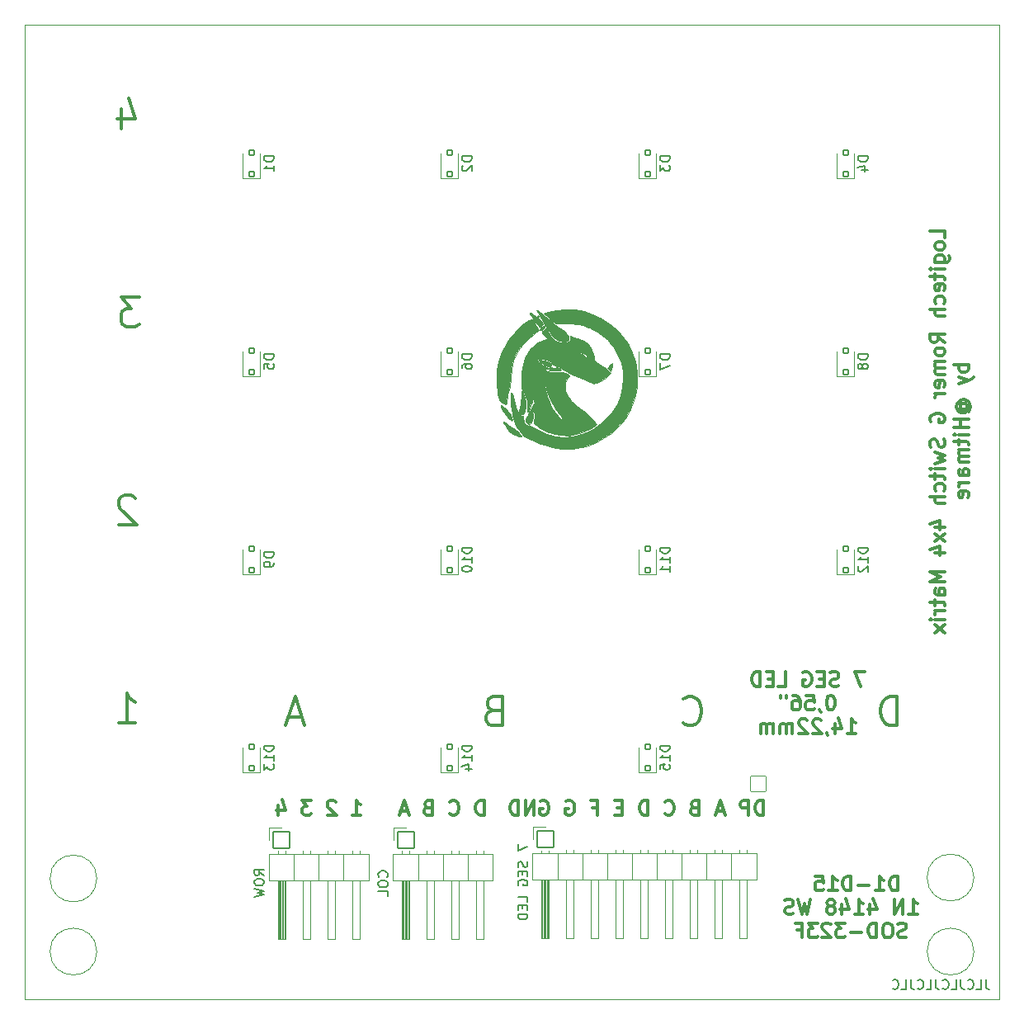
<source format=gbo>
G04 #@! TF.GenerationSoftware,KiCad,Pcbnew,(6.0.0)*
G04 #@! TF.CreationDate,2022-03-01T21:04:48+01:00*
G04 #@! TF.ProjectId,Keyboard_v2,4b657962-6f61-4726-945f-76322e6b6963,rev?*
G04 #@! TF.SameCoordinates,Original*
G04 #@! TF.FileFunction,Legend,Bot*
G04 #@! TF.FilePolarity,Positive*
%FSLAX46Y46*%
G04 Gerber Fmt 4.6, Leading zero omitted, Abs format (unit mm)*
G04 Created by KiCad (PCBNEW (6.0.0)) date 2022-03-01 21:04:48*
%MOMM*%
%LPD*%
G01*
G04 APERTURE LIST*
G04 Aperture macros list*
%AMRoundRect*
0 Rectangle with rounded corners*
0 $1 Rounding radius*
0 $2 $3 $4 $5 $6 $7 $8 $9 X,Y pos of 4 corners*
0 Add a 4 corners polygon primitive as box body*
4,1,4,$2,$3,$4,$5,$6,$7,$8,$9,$2,$3,0*
0 Add four circle primitives for the rounded corners*
1,1,$1+$1,$2,$3*
1,1,$1+$1,$4,$5*
1,1,$1+$1,$6,$7*
1,1,$1+$1,$8,$9*
0 Add four rect primitives between the rounded corners*
20,1,$1+$1,$2,$3,$4,$5,0*
20,1,$1+$1,$4,$5,$6,$7,0*
20,1,$1+$1,$6,$7,$8,$9,0*
20,1,$1+$1,$8,$9,$2,$3,0*%
G04 Aperture macros list end*
G04 #@! TA.AperFunction,Profile*
%ADD10C,0.050000*%
G04 #@! TD*
%ADD11C,0.300000*%
%ADD12C,0.150000*%
%ADD13C,0.010000*%
%ADD14C,0.120000*%
%ADD15C,1.802000*%
%ADD16RoundRect,0.051000X-0.800000X-0.800000X0.800000X-0.800000X0.800000X0.800000X-0.800000X0.800000X0*%
%ADD17C,1.702000*%
%ADD18RoundRect,0.051000X0.250000X-0.250000X0.250000X0.250000X-0.250000X0.250000X-0.250000X-0.250000X0*%
%ADD19RoundRect,0.051000X-0.850000X0.850000X-0.850000X-0.850000X0.850000X-0.850000X0.850000X0.850000X0*%
%ADD20O,1.802000X1.802000*%
G04 APERTURE END LIST*
D10*
X184745000Y-143405000D02*
X84745000Y-143405000D01*
X92150000Y-138500000D02*
G75*
G03*
X92150000Y-138500000I-2400000J0D01*
G01*
X182150000Y-138500000D02*
G75*
G03*
X182150000Y-138500000I-2400000J0D01*
G01*
X182145000Y-130905000D02*
G75*
G03*
X182145000Y-130905000I-2400000J0D01*
G01*
X84745000Y-43405000D02*
X184745000Y-43405000D01*
X84745000Y-143405000D02*
X84745000Y-43405000D01*
X184745000Y-43405000D02*
X184745000Y-143405000D01*
X92150000Y-131000000D02*
G75*
G03*
X92150000Y-131000000I-2400000J0D01*
G01*
D11*
X132785714Y-113750714D02*
X132357142Y-113893571D01*
X132214285Y-114036428D01*
X132071428Y-114322142D01*
X132071428Y-114750714D01*
X132214285Y-115036428D01*
X132357142Y-115179285D01*
X132642857Y-115322142D01*
X133785714Y-115322142D01*
X133785714Y-112322142D01*
X132785714Y-112322142D01*
X132500000Y-112465000D01*
X132357142Y-112607857D01*
X132214285Y-112893571D01*
X132214285Y-113179285D01*
X132357142Y-113465000D01*
X132500000Y-113607857D01*
X132785714Y-113750714D01*
X133785714Y-113750714D01*
X174285714Y-115322142D02*
X174285714Y-112322142D01*
X173571428Y-112322142D01*
X173142857Y-112465000D01*
X172857142Y-112750714D01*
X172714285Y-113036428D01*
X172571428Y-113607857D01*
X172571428Y-114036428D01*
X172714285Y-114607857D01*
X172857142Y-114893571D01*
X173142857Y-115179285D01*
X173571428Y-115322142D01*
X174285714Y-115322142D01*
X131885000Y-124503571D02*
X131885000Y-123003571D01*
X131527857Y-123003571D01*
X131313571Y-123075000D01*
X131170714Y-123217857D01*
X131099285Y-123360714D01*
X131027857Y-123646428D01*
X131027857Y-123860714D01*
X131099285Y-124146428D01*
X131170714Y-124289285D01*
X131313571Y-124432142D01*
X131527857Y-124503571D01*
X131885000Y-124503571D01*
X128385000Y-124360714D02*
X128456428Y-124432142D01*
X128670714Y-124503571D01*
X128813571Y-124503571D01*
X129027857Y-124432142D01*
X129170714Y-124289285D01*
X129242142Y-124146428D01*
X129313571Y-123860714D01*
X129313571Y-123646428D01*
X129242142Y-123360714D01*
X129170714Y-123217857D01*
X129027857Y-123075000D01*
X128813571Y-123003571D01*
X128670714Y-123003571D01*
X128456428Y-123075000D01*
X128385000Y-123146428D01*
X126099285Y-123717857D02*
X125885000Y-123789285D01*
X125813571Y-123860714D01*
X125742142Y-124003571D01*
X125742142Y-124217857D01*
X125813571Y-124360714D01*
X125885000Y-124432142D01*
X126027857Y-124503571D01*
X126599285Y-124503571D01*
X126599285Y-123003571D01*
X126099285Y-123003571D01*
X125956428Y-123075000D01*
X125885000Y-123146428D01*
X125813571Y-123289285D01*
X125813571Y-123432142D01*
X125885000Y-123575000D01*
X125956428Y-123646428D01*
X126099285Y-123717857D01*
X126599285Y-123717857D01*
X124027857Y-124075000D02*
X123313571Y-124075000D01*
X124170714Y-124503571D02*
X123670714Y-123003571D01*
X123170714Y-124503571D01*
X170921428Y-109793571D02*
X169921428Y-109793571D01*
X170564285Y-111293571D01*
X168278571Y-111222142D02*
X168064285Y-111293571D01*
X167707142Y-111293571D01*
X167564285Y-111222142D01*
X167492857Y-111150714D01*
X167421428Y-111007857D01*
X167421428Y-110865000D01*
X167492857Y-110722142D01*
X167564285Y-110650714D01*
X167707142Y-110579285D01*
X167992857Y-110507857D01*
X168135714Y-110436428D01*
X168207142Y-110365000D01*
X168278571Y-110222142D01*
X168278571Y-110079285D01*
X168207142Y-109936428D01*
X168135714Y-109865000D01*
X167992857Y-109793571D01*
X167635714Y-109793571D01*
X167421428Y-109865000D01*
X166778571Y-110507857D02*
X166278571Y-110507857D01*
X166064285Y-111293571D02*
X166778571Y-111293571D01*
X166778571Y-109793571D01*
X166064285Y-109793571D01*
X164635714Y-109865000D02*
X164778571Y-109793571D01*
X164992857Y-109793571D01*
X165207142Y-109865000D01*
X165350000Y-110007857D01*
X165421428Y-110150714D01*
X165492857Y-110436428D01*
X165492857Y-110650714D01*
X165421428Y-110936428D01*
X165350000Y-111079285D01*
X165207142Y-111222142D01*
X164992857Y-111293571D01*
X164850000Y-111293571D01*
X164635714Y-111222142D01*
X164564285Y-111150714D01*
X164564285Y-110650714D01*
X164850000Y-110650714D01*
X162064285Y-111293571D02*
X162778571Y-111293571D01*
X162778571Y-109793571D01*
X161564285Y-110507857D02*
X161064285Y-110507857D01*
X160850000Y-111293571D02*
X161564285Y-111293571D01*
X161564285Y-109793571D01*
X160850000Y-109793571D01*
X160207142Y-111293571D02*
X160207142Y-109793571D01*
X159850000Y-109793571D01*
X159635714Y-109865000D01*
X159492857Y-110007857D01*
X159421428Y-110150714D01*
X159350000Y-110436428D01*
X159350000Y-110650714D01*
X159421428Y-110936428D01*
X159492857Y-111079285D01*
X159635714Y-111222142D01*
X159850000Y-111293571D01*
X160207142Y-111293571D01*
X167528571Y-112208571D02*
X167385714Y-112208571D01*
X167242857Y-112280000D01*
X167171428Y-112351428D01*
X167100000Y-112494285D01*
X167028571Y-112780000D01*
X167028571Y-113137142D01*
X167100000Y-113422857D01*
X167171428Y-113565714D01*
X167242857Y-113637142D01*
X167385714Y-113708571D01*
X167528571Y-113708571D01*
X167671428Y-113637142D01*
X167742857Y-113565714D01*
X167814285Y-113422857D01*
X167885714Y-113137142D01*
X167885714Y-112780000D01*
X167814285Y-112494285D01*
X167742857Y-112351428D01*
X167671428Y-112280000D01*
X167528571Y-112208571D01*
X166314285Y-113637142D02*
X166314285Y-113708571D01*
X166385714Y-113851428D01*
X166457142Y-113922857D01*
X164957142Y-112208571D02*
X165671428Y-112208571D01*
X165742857Y-112922857D01*
X165671428Y-112851428D01*
X165528571Y-112780000D01*
X165171428Y-112780000D01*
X165028571Y-112851428D01*
X164957142Y-112922857D01*
X164885714Y-113065714D01*
X164885714Y-113422857D01*
X164957142Y-113565714D01*
X165028571Y-113637142D01*
X165171428Y-113708571D01*
X165528571Y-113708571D01*
X165671428Y-113637142D01*
X165742857Y-113565714D01*
X163600000Y-112208571D02*
X163885714Y-112208571D01*
X164028571Y-112280000D01*
X164100000Y-112351428D01*
X164242857Y-112565714D01*
X164314285Y-112851428D01*
X164314285Y-113422857D01*
X164242857Y-113565714D01*
X164171428Y-113637142D01*
X164028571Y-113708571D01*
X163742857Y-113708571D01*
X163600000Y-113637142D01*
X163528571Y-113565714D01*
X163457142Y-113422857D01*
X163457142Y-113065714D01*
X163528571Y-112922857D01*
X163600000Y-112851428D01*
X163742857Y-112780000D01*
X164028571Y-112780000D01*
X164171428Y-112851428D01*
X164242857Y-112922857D01*
X164314285Y-113065714D01*
X162885714Y-112208571D02*
X162885714Y-112494285D01*
X162314285Y-112208571D02*
X162314285Y-112494285D01*
X169171428Y-116123571D02*
X170028571Y-116123571D01*
X169600000Y-116123571D02*
X169600000Y-114623571D01*
X169742857Y-114837857D01*
X169885714Y-114980714D01*
X170028571Y-115052142D01*
X167885714Y-115123571D02*
X167885714Y-116123571D01*
X168242857Y-114552142D02*
X168600000Y-115623571D01*
X167671428Y-115623571D01*
X167028571Y-116052142D02*
X167028571Y-116123571D01*
X167100000Y-116266428D01*
X167171428Y-116337857D01*
X166457142Y-114766428D02*
X166385714Y-114695000D01*
X166242857Y-114623571D01*
X165885714Y-114623571D01*
X165742857Y-114695000D01*
X165671428Y-114766428D01*
X165600000Y-114909285D01*
X165600000Y-115052142D01*
X165671428Y-115266428D01*
X166528571Y-116123571D01*
X165600000Y-116123571D01*
X165028571Y-114766428D02*
X164957142Y-114695000D01*
X164814285Y-114623571D01*
X164457142Y-114623571D01*
X164314285Y-114695000D01*
X164242857Y-114766428D01*
X164171428Y-114909285D01*
X164171428Y-115052142D01*
X164242857Y-115266428D01*
X165100000Y-116123571D01*
X164171428Y-116123571D01*
X163528571Y-116123571D02*
X163528571Y-115123571D01*
X163528571Y-115266428D02*
X163457142Y-115195000D01*
X163314285Y-115123571D01*
X163100000Y-115123571D01*
X162957142Y-115195000D01*
X162885714Y-115337857D01*
X162885714Y-116123571D01*
X162885714Y-115337857D02*
X162814285Y-115195000D01*
X162671428Y-115123571D01*
X162457142Y-115123571D01*
X162314285Y-115195000D01*
X162242857Y-115337857D01*
X162242857Y-116123571D01*
X161528571Y-116123571D02*
X161528571Y-115123571D01*
X161528571Y-115266428D02*
X161457142Y-115195000D01*
X161314285Y-115123571D01*
X161100000Y-115123571D01*
X160957142Y-115195000D01*
X160885714Y-115337857D01*
X160885714Y-116123571D01*
X160885714Y-115337857D02*
X160814285Y-115195000D01*
X160671428Y-115123571D01*
X160457142Y-115123571D01*
X160314285Y-115195000D01*
X160242857Y-115337857D01*
X160242857Y-116123571D01*
X113214285Y-114465000D02*
X111785714Y-114465000D01*
X113500000Y-115322142D02*
X112500000Y-112322142D01*
X111500000Y-115322142D01*
X179176071Y-65268571D02*
X179176071Y-64554285D01*
X177676071Y-64554285D01*
X179176071Y-65982857D02*
X179104642Y-65840000D01*
X179033214Y-65768571D01*
X178890357Y-65697142D01*
X178461785Y-65697142D01*
X178318928Y-65768571D01*
X178247500Y-65840000D01*
X178176071Y-65982857D01*
X178176071Y-66197142D01*
X178247500Y-66340000D01*
X178318928Y-66411428D01*
X178461785Y-66482857D01*
X178890357Y-66482857D01*
X179033214Y-66411428D01*
X179104642Y-66340000D01*
X179176071Y-66197142D01*
X179176071Y-65982857D01*
X178176071Y-67768571D02*
X179390357Y-67768571D01*
X179533214Y-67697142D01*
X179604642Y-67625714D01*
X179676071Y-67482857D01*
X179676071Y-67268571D01*
X179604642Y-67125714D01*
X179104642Y-67768571D02*
X179176071Y-67625714D01*
X179176071Y-67340000D01*
X179104642Y-67197142D01*
X179033214Y-67125714D01*
X178890357Y-67054285D01*
X178461785Y-67054285D01*
X178318928Y-67125714D01*
X178247500Y-67197142D01*
X178176071Y-67340000D01*
X178176071Y-67625714D01*
X178247500Y-67768571D01*
X179176071Y-68482857D02*
X178176071Y-68482857D01*
X177676071Y-68482857D02*
X177747500Y-68411428D01*
X177818928Y-68482857D01*
X177747500Y-68554285D01*
X177676071Y-68482857D01*
X177818928Y-68482857D01*
X178176071Y-68982857D02*
X178176071Y-69554285D01*
X177676071Y-69197142D02*
X178961785Y-69197142D01*
X179104642Y-69268571D01*
X179176071Y-69411428D01*
X179176071Y-69554285D01*
X179104642Y-70625714D02*
X179176071Y-70482857D01*
X179176071Y-70197142D01*
X179104642Y-70054285D01*
X178961785Y-69982857D01*
X178390357Y-69982857D01*
X178247500Y-70054285D01*
X178176071Y-70197142D01*
X178176071Y-70482857D01*
X178247500Y-70625714D01*
X178390357Y-70697142D01*
X178533214Y-70697142D01*
X178676071Y-69982857D01*
X179104642Y-71982857D02*
X179176071Y-71840000D01*
X179176071Y-71554285D01*
X179104642Y-71411428D01*
X179033214Y-71340000D01*
X178890357Y-71268571D01*
X178461785Y-71268571D01*
X178318928Y-71340000D01*
X178247500Y-71411428D01*
X178176071Y-71554285D01*
X178176071Y-71840000D01*
X178247500Y-71982857D01*
X179176071Y-72625714D02*
X177676071Y-72625714D01*
X179176071Y-73268571D02*
X178390357Y-73268571D01*
X178247500Y-73197142D01*
X178176071Y-73054285D01*
X178176071Y-72840000D01*
X178247500Y-72697142D01*
X178318928Y-72625714D01*
X179176071Y-75982857D02*
X178461785Y-75482857D01*
X179176071Y-75125714D02*
X177676071Y-75125714D01*
X177676071Y-75697142D01*
X177747500Y-75840000D01*
X177818928Y-75911428D01*
X177961785Y-75982857D01*
X178176071Y-75982857D01*
X178318928Y-75911428D01*
X178390357Y-75840000D01*
X178461785Y-75697142D01*
X178461785Y-75125714D01*
X179176071Y-76840000D02*
X179104642Y-76697142D01*
X179033214Y-76625714D01*
X178890357Y-76554285D01*
X178461785Y-76554285D01*
X178318928Y-76625714D01*
X178247500Y-76697142D01*
X178176071Y-76840000D01*
X178176071Y-77054285D01*
X178247500Y-77197142D01*
X178318928Y-77268571D01*
X178461785Y-77340000D01*
X178890357Y-77340000D01*
X179033214Y-77268571D01*
X179104642Y-77197142D01*
X179176071Y-77054285D01*
X179176071Y-76840000D01*
X179176071Y-77982857D02*
X178176071Y-77982857D01*
X178318928Y-77982857D02*
X178247500Y-78054285D01*
X178176071Y-78197142D01*
X178176071Y-78411428D01*
X178247500Y-78554285D01*
X178390357Y-78625714D01*
X179176071Y-78625714D01*
X178390357Y-78625714D02*
X178247500Y-78697142D01*
X178176071Y-78840000D01*
X178176071Y-79054285D01*
X178247500Y-79197142D01*
X178390357Y-79268571D01*
X179176071Y-79268571D01*
X179104642Y-80554285D02*
X179176071Y-80411428D01*
X179176071Y-80125714D01*
X179104642Y-79982857D01*
X178961785Y-79911428D01*
X178390357Y-79911428D01*
X178247500Y-79982857D01*
X178176071Y-80125714D01*
X178176071Y-80411428D01*
X178247500Y-80554285D01*
X178390357Y-80625714D01*
X178533214Y-80625714D01*
X178676071Y-79911428D01*
X179176071Y-81268571D02*
X178176071Y-81268571D01*
X178461785Y-81268571D02*
X178318928Y-81340000D01*
X178247500Y-81411428D01*
X178176071Y-81554285D01*
X178176071Y-81697142D01*
X177747500Y-84125714D02*
X177676071Y-83982857D01*
X177676071Y-83768571D01*
X177747500Y-83554285D01*
X177890357Y-83411428D01*
X178033214Y-83340000D01*
X178318928Y-83268571D01*
X178533214Y-83268571D01*
X178818928Y-83340000D01*
X178961785Y-83411428D01*
X179104642Y-83554285D01*
X179176071Y-83768571D01*
X179176071Y-83911428D01*
X179104642Y-84125714D01*
X179033214Y-84197142D01*
X178533214Y-84197142D01*
X178533214Y-83911428D01*
X179104642Y-85911428D02*
X179176071Y-86125714D01*
X179176071Y-86482857D01*
X179104642Y-86625714D01*
X179033214Y-86697142D01*
X178890357Y-86768571D01*
X178747500Y-86768571D01*
X178604642Y-86697142D01*
X178533214Y-86625714D01*
X178461785Y-86482857D01*
X178390357Y-86197142D01*
X178318928Y-86054285D01*
X178247500Y-85982857D01*
X178104642Y-85911428D01*
X177961785Y-85911428D01*
X177818928Y-85982857D01*
X177747500Y-86054285D01*
X177676071Y-86197142D01*
X177676071Y-86554285D01*
X177747500Y-86768571D01*
X178176071Y-87268571D02*
X179176071Y-87554285D01*
X178461785Y-87840000D01*
X179176071Y-88125714D01*
X178176071Y-88411428D01*
X179176071Y-88982857D02*
X178176071Y-88982857D01*
X177676071Y-88982857D02*
X177747500Y-88911428D01*
X177818928Y-88982857D01*
X177747500Y-89054285D01*
X177676071Y-88982857D01*
X177818928Y-88982857D01*
X178176071Y-89482857D02*
X178176071Y-90054285D01*
X177676071Y-89697142D02*
X178961785Y-89697142D01*
X179104642Y-89768571D01*
X179176071Y-89911428D01*
X179176071Y-90054285D01*
X179104642Y-91197142D02*
X179176071Y-91054285D01*
X179176071Y-90768571D01*
X179104642Y-90625714D01*
X179033214Y-90554285D01*
X178890357Y-90482857D01*
X178461785Y-90482857D01*
X178318928Y-90554285D01*
X178247500Y-90625714D01*
X178176071Y-90768571D01*
X178176071Y-91054285D01*
X178247500Y-91197142D01*
X179176071Y-91840000D02*
X177676071Y-91840000D01*
X179176071Y-92482857D02*
X178390357Y-92482857D01*
X178247500Y-92411428D01*
X178176071Y-92268571D01*
X178176071Y-92054285D01*
X178247500Y-91911428D01*
X178318928Y-91840000D01*
X178176071Y-94982857D02*
X179176071Y-94982857D01*
X177604642Y-94625714D02*
X178676071Y-94268571D01*
X178676071Y-95197142D01*
X179176071Y-95625714D02*
X178176071Y-96411428D01*
X178176071Y-95625714D02*
X179176071Y-96411428D01*
X178176071Y-97625714D02*
X179176071Y-97625714D01*
X177604642Y-97268571D02*
X178676071Y-96911428D01*
X178676071Y-97840000D01*
X179176071Y-99554285D02*
X177676071Y-99554285D01*
X178747500Y-100054285D01*
X177676071Y-100554285D01*
X179176071Y-100554285D01*
X179176071Y-101911428D02*
X178390357Y-101911428D01*
X178247500Y-101840000D01*
X178176071Y-101697142D01*
X178176071Y-101411428D01*
X178247500Y-101268571D01*
X179104642Y-101911428D02*
X179176071Y-101768571D01*
X179176071Y-101411428D01*
X179104642Y-101268571D01*
X178961785Y-101197142D01*
X178818928Y-101197142D01*
X178676071Y-101268571D01*
X178604642Y-101411428D01*
X178604642Y-101768571D01*
X178533214Y-101911428D01*
X178176071Y-102411428D02*
X178176071Y-102982857D01*
X177676071Y-102625714D02*
X178961785Y-102625714D01*
X179104642Y-102697142D01*
X179176071Y-102840000D01*
X179176071Y-102982857D01*
X179176071Y-103482857D02*
X178176071Y-103482857D01*
X178461785Y-103482857D02*
X178318928Y-103554285D01*
X178247500Y-103625714D01*
X178176071Y-103768571D01*
X178176071Y-103911428D01*
X179176071Y-104411428D02*
X178176071Y-104411428D01*
X177676071Y-104411428D02*
X177747500Y-104340000D01*
X177818928Y-104411428D01*
X177747500Y-104482857D01*
X177676071Y-104411428D01*
X177818928Y-104411428D01*
X179176071Y-104982857D02*
X178176071Y-105768571D01*
X178176071Y-104982857D02*
X179176071Y-105768571D01*
X181591071Y-78304285D02*
X180091071Y-78304285D01*
X180662500Y-78304285D02*
X180591071Y-78447142D01*
X180591071Y-78732857D01*
X180662500Y-78875714D01*
X180733928Y-78947142D01*
X180876785Y-79018571D01*
X181305357Y-79018571D01*
X181448214Y-78947142D01*
X181519642Y-78875714D01*
X181591071Y-78732857D01*
X181591071Y-78447142D01*
X181519642Y-78304285D01*
X180591071Y-79518571D02*
X181591071Y-79875714D01*
X180591071Y-80232857D02*
X181591071Y-79875714D01*
X181948214Y-79732857D01*
X182019642Y-79661428D01*
X182091071Y-79518571D01*
X180876785Y-82875714D02*
X180805357Y-82804285D01*
X180733928Y-82661428D01*
X180733928Y-82518571D01*
X180805357Y-82375714D01*
X180876785Y-82304285D01*
X181019642Y-82232857D01*
X181162500Y-82232857D01*
X181305357Y-82304285D01*
X181376785Y-82375714D01*
X181448214Y-82518571D01*
X181448214Y-82661428D01*
X181376785Y-82804285D01*
X181305357Y-82875714D01*
X180733928Y-82875714D02*
X181305357Y-82875714D01*
X181376785Y-82947142D01*
X181376785Y-83018571D01*
X181305357Y-83161428D01*
X181162500Y-83232857D01*
X180805357Y-83232857D01*
X180591071Y-83090000D01*
X180448214Y-82875714D01*
X180376785Y-82590000D01*
X180448214Y-82304285D01*
X180591071Y-82090000D01*
X180805357Y-81947142D01*
X181091071Y-81875714D01*
X181376785Y-81947142D01*
X181591071Y-82090000D01*
X181733928Y-82304285D01*
X181805357Y-82590000D01*
X181733928Y-82875714D01*
X181591071Y-83090000D01*
X181591071Y-83875714D02*
X180091071Y-83875714D01*
X180805357Y-83875714D02*
X180805357Y-84732857D01*
X181591071Y-84732857D02*
X180091071Y-84732857D01*
X181591071Y-85447142D02*
X180591071Y-85447142D01*
X180091071Y-85447142D02*
X180162500Y-85375714D01*
X180233928Y-85447142D01*
X180162500Y-85518571D01*
X180091071Y-85447142D01*
X180233928Y-85447142D01*
X180591071Y-85947142D02*
X180591071Y-86518571D01*
X180091071Y-86161428D02*
X181376785Y-86161428D01*
X181519642Y-86232857D01*
X181591071Y-86375714D01*
X181591071Y-86518571D01*
X181591071Y-87018571D02*
X180591071Y-87018571D01*
X180733928Y-87018571D02*
X180662500Y-87090000D01*
X180591071Y-87232857D01*
X180591071Y-87447142D01*
X180662500Y-87590000D01*
X180805357Y-87661428D01*
X181591071Y-87661428D01*
X180805357Y-87661428D02*
X180662500Y-87732857D01*
X180591071Y-87875714D01*
X180591071Y-88090000D01*
X180662500Y-88232857D01*
X180805357Y-88304285D01*
X181591071Y-88304285D01*
X181591071Y-89661428D02*
X180805357Y-89661428D01*
X180662500Y-89590000D01*
X180591071Y-89447142D01*
X180591071Y-89161428D01*
X180662500Y-89018571D01*
X181519642Y-89661428D02*
X181591071Y-89518571D01*
X181591071Y-89161428D01*
X181519642Y-89018571D01*
X181376785Y-88947142D01*
X181233928Y-88947142D01*
X181091071Y-89018571D01*
X181019642Y-89161428D01*
X181019642Y-89518571D01*
X180948214Y-89661428D01*
X181591071Y-90375714D02*
X180591071Y-90375714D01*
X180876785Y-90375714D02*
X180733928Y-90447142D01*
X180662500Y-90518571D01*
X180591071Y-90661428D01*
X180591071Y-90804285D01*
X181519642Y-91875714D02*
X181591071Y-91732857D01*
X181591071Y-91447142D01*
X181519642Y-91304285D01*
X181376785Y-91232857D01*
X180805357Y-91232857D01*
X180662500Y-91304285D01*
X180591071Y-91447142D01*
X180591071Y-91732857D01*
X180662500Y-91875714D01*
X180805357Y-91947142D01*
X180948214Y-91947142D01*
X181091071Y-91232857D01*
X160538285Y-124503571D02*
X160538285Y-123003571D01*
X160181142Y-123003571D01*
X159966857Y-123075000D01*
X159824000Y-123217857D01*
X159752571Y-123360714D01*
X159681142Y-123646428D01*
X159681142Y-123860714D01*
X159752571Y-124146428D01*
X159824000Y-124289285D01*
X159966857Y-124432142D01*
X160181142Y-124503571D01*
X160538285Y-124503571D01*
X159038285Y-124503571D02*
X159038285Y-123003571D01*
X158466857Y-123003571D01*
X158324000Y-123075000D01*
X158252571Y-123146428D01*
X158181142Y-123289285D01*
X158181142Y-123503571D01*
X158252571Y-123646428D01*
X158324000Y-123717857D01*
X158466857Y-123789285D01*
X159038285Y-123789285D01*
X156466857Y-124075000D02*
X155752571Y-124075000D01*
X156609714Y-124503571D02*
X156109714Y-123003571D01*
X155609714Y-124503571D01*
X153466857Y-123717857D02*
X153252571Y-123789285D01*
X153181142Y-123860714D01*
X153109714Y-124003571D01*
X153109714Y-124217857D01*
X153181142Y-124360714D01*
X153252571Y-124432142D01*
X153395428Y-124503571D01*
X153966857Y-124503571D01*
X153966857Y-123003571D01*
X153466857Y-123003571D01*
X153324000Y-123075000D01*
X153252571Y-123146428D01*
X153181142Y-123289285D01*
X153181142Y-123432142D01*
X153252571Y-123575000D01*
X153324000Y-123646428D01*
X153466857Y-123717857D01*
X153966857Y-123717857D01*
X150466857Y-124360714D02*
X150538285Y-124432142D01*
X150752571Y-124503571D01*
X150895428Y-124503571D01*
X151109714Y-124432142D01*
X151252571Y-124289285D01*
X151324000Y-124146428D01*
X151395428Y-123860714D01*
X151395428Y-123646428D01*
X151324000Y-123360714D01*
X151252571Y-123217857D01*
X151109714Y-123075000D01*
X150895428Y-123003571D01*
X150752571Y-123003571D01*
X150538285Y-123075000D01*
X150466857Y-123146428D01*
X148681142Y-124503571D02*
X148681142Y-123003571D01*
X148324000Y-123003571D01*
X148109714Y-123075000D01*
X147966857Y-123217857D01*
X147895428Y-123360714D01*
X147824000Y-123646428D01*
X147824000Y-123860714D01*
X147895428Y-124146428D01*
X147966857Y-124289285D01*
X148109714Y-124432142D01*
X148324000Y-124503571D01*
X148681142Y-124503571D01*
X146038285Y-123717857D02*
X145538285Y-123717857D01*
X145324000Y-124503571D02*
X146038285Y-124503571D01*
X146038285Y-123003571D01*
X145324000Y-123003571D01*
X143038285Y-123717857D02*
X143538285Y-123717857D01*
X143538285Y-124503571D02*
X143538285Y-123003571D01*
X142824000Y-123003571D01*
X140324000Y-123075000D02*
X140466857Y-123003571D01*
X140681142Y-123003571D01*
X140895428Y-123075000D01*
X141038285Y-123217857D01*
X141109714Y-123360714D01*
X141181142Y-123646428D01*
X141181142Y-123860714D01*
X141109714Y-124146428D01*
X141038285Y-124289285D01*
X140895428Y-124432142D01*
X140681142Y-124503571D01*
X140538285Y-124503571D01*
X140324000Y-124432142D01*
X140252571Y-124360714D01*
X140252571Y-123860714D01*
X140538285Y-123860714D01*
X137681142Y-123075000D02*
X137824000Y-123003571D01*
X138038285Y-123003571D01*
X138252571Y-123075000D01*
X138395428Y-123217857D01*
X138466857Y-123360714D01*
X138538285Y-123646428D01*
X138538285Y-123860714D01*
X138466857Y-124146428D01*
X138395428Y-124289285D01*
X138252571Y-124432142D01*
X138038285Y-124503571D01*
X137895428Y-124503571D01*
X137681142Y-124432142D01*
X137609714Y-124360714D01*
X137609714Y-123860714D01*
X137895428Y-123860714D01*
X136966857Y-124503571D02*
X136966857Y-123003571D01*
X136109714Y-124503571D01*
X136109714Y-123003571D01*
X135395428Y-124503571D02*
X135395428Y-123003571D01*
X135038285Y-123003571D01*
X134824000Y-123075000D01*
X134681142Y-123217857D01*
X134609714Y-123360714D01*
X134538285Y-123646428D01*
X134538285Y-123860714D01*
X134609714Y-124146428D01*
X134681142Y-124289285D01*
X134824000Y-124432142D01*
X135038285Y-124503571D01*
X135395428Y-124503571D01*
X94678571Y-52062142D02*
X94678571Y-54062142D01*
X95392857Y-50919285D02*
X96107142Y-53062142D01*
X94250000Y-53062142D01*
X174330714Y-132248571D02*
X174330714Y-130748571D01*
X173973571Y-130748571D01*
X173759285Y-130820000D01*
X173616428Y-130962857D01*
X173545000Y-131105714D01*
X173473571Y-131391428D01*
X173473571Y-131605714D01*
X173545000Y-131891428D01*
X173616428Y-132034285D01*
X173759285Y-132177142D01*
X173973571Y-132248571D01*
X174330714Y-132248571D01*
X172045000Y-132248571D02*
X172902142Y-132248571D01*
X172473571Y-132248571D02*
X172473571Y-130748571D01*
X172616428Y-130962857D01*
X172759285Y-131105714D01*
X172902142Y-131177142D01*
X171402142Y-131677142D02*
X170259285Y-131677142D01*
X169545000Y-132248571D02*
X169545000Y-130748571D01*
X169187857Y-130748571D01*
X168973571Y-130820000D01*
X168830714Y-130962857D01*
X168759285Y-131105714D01*
X168687857Y-131391428D01*
X168687857Y-131605714D01*
X168759285Y-131891428D01*
X168830714Y-132034285D01*
X168973571Y-132177142D01*
X169187857Y-132248571D01*
X169545000Y-132248571D01*
X167259285Y-132248571D02*
X168116428Y-132248571D01*
X167687857Y-132248571D02*
X167687857Y-130748571D01*
X167830714Y-130962857D01*
X167973571Y-131105714D01*
X168116428Y-131177142D01*
X165902142Y-130748571D02*
X166616428Y-130748571D01*
X166687857Y-131462857D01*
X166616428Y-131391428D01*
X166473571Y-131320000D01*
X166116428Y-131320000D01*
X165973571Y-131391428D01*
X165902142Y-131462857D01*
X165830714Y-131605714D01*
X165830714Y-131962857D01*
X165902142Y-132105714D01*
X165973571Y-132177142D01*
X166116428Y-132248571D01*
X166473571Y-132248571D01*
X166616428Y-132177142D01*
X166687857Y-132105714D01*
X175473571Y-134663571D02*
X176330714Y-134663571D01*
X175902142Y-134663571D02*
X175902142Y-133163571D01*
X176045000Y-133377857D01*
X176187857Y-133520714D01*
X176330714Y-133592142D01*
X174830714Y-134663571D02*
X174830714Y-133163571D01*
X173973571Y-134663571D01*
X173973571Y-133163571D01*
X171473571Y-133663571D02*
X171473571Y-134663571D01*
X171830714Y-133092142D02*
X172187857Y-134163571D01*
X171259285Y-134163571D01*
X169902142Y-134663571D02*
X170759285Y-134663571D01*
X170330714Y-134663571D02*
X170330714Y-133163571D01*
X170473571Y-133377857D01*
X170616428Y-133520714D01*
X170759285Y-133592142D01*
X168616428Y-133663571D02*
X168616428Y-134663571D01*
X168973571Y-133092142D02*
X169330714Y-134163571D01*
X168402142Y-134163571D01*
X167616428Y-133806428D02*
X167759285Y-133735000D01*
X167830714Y-133663571D01*
X167902142Y-133520714D01*
X167902142Y-133449285D01*
X167830714Y-133306428D01*
X167759285Y-133235000D01*
X167616428Y-133163571D01*
X167330714Y-133163571D01*
X167187857Y-133235000D01*
X167116428Y-133306428D01*
X167045000Y-133449285D01*
X167045000Y-133520714D01*
X167116428Y-133663571D01*
X167187857Y-133735000D01*
X167330714Y-133806428D01*
X167616428Y-133806428D01*
X167759285Y-133877857D01*
X167830714Y-133949285D01*
X167902142Y-134092142D01*
X167902142Y-134377857D01*
X167830714Y-134520714D01*
X167759285Y-134592142D01*
X167616428Y-134663571D01*
X167330714Y-134663571D01*
X167187857Y-134592142D01*
X167116428Y-134520714D01*
X167045000Y-134377857D01*
X167045000Y-134092142D01*
X167116428Y-133949285D01*
X167187857Y-133877857D01*
X167330714Y-133806428D01*
X165402142Y-133163571D02*
X165045000Y-134663571D01*
X164759285Y-133592142D01*
X164473571Y-134663571D01*
X164116428Y-133163571D01*
X163616428Y-134592142D02*
X163402142Y-134663571D01*
X163045000Y-134663571D01*
X162902142Y-134592142D01*
X162830714Y-134520714D01*
X162759285Y-134377857D01*
X162759285Y-134235000D01*
X162830714Y-134092142D01*
X162902142Y-134020714D01*
X163045000Y-133949285D01*
X163330714Y-133877857D01*
X163473571Y-133806428D01*
X163545000Y-133735000D01*
X163616428Y-133592142D01*
X163616428Y-133449285D01*
X163545000Y-133306428D01*
X163473571Y-133235000D01*
X163330714Y-133163571D01*
X162973571Y-133163571D01*
X162759285Y-133235000D01*
X175223571Y-137007142D02*
X175009285Y-137078571D01*
X174652142Y-137078571D01*
X174509285Y-137007142D01*
X174437857Y-136935714D01*
X174366428Y-136792857D01*
X174366428Y-136650000D01*
X174437857Y-136507142D01*
X174509285Y-136435714D01*
X174652142Y-136364285D01*
X174937857Y-136292857D01*
X175080714Y-136221428D01*
X175152142Y-136150000D01*
X175223571Y-136007142D01*
X175223571Y-135864285D01*
X175152142Y-135721428D01*
X175080714Y-135650000D01*
X174937857Y-135578571D01*
X174580714Y-135578571D01*
X174366428Y-135650000D01*
X173437857Y-135578571D02*
X173152142Y-135578571D01*
X173009285Y-135650000D01*
X172866428Y-135792857D01*
X172795000Y-136078571D01*
X172795000Y-136578571D01*
X172866428Y-136864285D01*
X173009285Y-137007142D01*
X173152142Y-137078571D01*
X173437857Y-137078571D01*
X173580714Y-137007142D01*
X173723571Y-136864285D01*
X173795000Y-136578571D01*
X173795000Y-136078571D01*
X173723571Y-135792857D01*
X173580714Y-135650000D01*
X173437857Y-135578571D01*
X172152142Y-137078571D02*
X172152142Y-135578571D01*
X171795000Y-135578571D01*
X171580714Y-135650000D01*
X171437857Y-135792857D01*
X171366428Y-135935714D01*
X171295000Y-136221428D01*
X171295000Y-136435714D01*
X171366428Y-136721428D01*
X171437857Y-136864285D01*
X171580714Y-137007142D01*
X171795000Y-137078571D01*
X172152142Y-137078571D01*
X170652142Y-136507142D02*
X169509285Y-136507142D01*
X168937857Y-135578571D02*
X168009285Y-135578571D01*
X168509285Y-136150000D01*
X168295000Y-136150000D01*
X168152142Y-136221428D01*
X168080714Y-136292857D01*
X168009285Y-136435714D01*
X168009285Y-136792857D01*
X168080714Y-136935714D01*
X168152142Y-137007142D01*
X168295000Y-137078571D01*
X168723571Y-137078571D01*
X168866428Y-137007142D01*
X168937857Y-136935714D01*
X167437857Y-135721428D02*
X167366428Y-135650000D01*
X167223571Y-135578571D01*
X166866428Y-135578571D01*
X166723571Y-135650000D01*
X166652142Y-135721428D01*
X166580714Y-135864285D01*
X166580714Y-136007142D01*
X166652142Y-136221428D01*
X167509285Y-137078571D01*
X166580714Y-137078571D01*
X166080714Y-135578571D02*
X165152142Y-135578571D01*
X165652142Y-136150000D01*
X165437857Y-136150000D01*
X165295000Y-136221428D01*
X165223571Y-136292857D01*
X165152142Y-136435714D01*
X165152142Y-136792857D01*
X165223571Y-136935714D01*
X165295000Y-137007142D01*
X165437857Y-137078571D01*
X165866428Y-137078571D01*
X166009285Y-137007142D01*
X166080714Y-136935714D01*
X164009285Y-136292857D02*
X164509285Y-136292857D01*
X164509285Y-137078571D02*
X164509285Y-135578571D01*
X163795000Y-135578571D01*
X96500000Y-71382142D02*
X94642857Y-71382142D01*
X95642857Y-72525000D01*
X95214285Y-72525000D01*
X94928571Y-72667857D01*
X94785714Y-72810714D01*
X94642857Y-73096428D01*
X94642857Y-73810714D01*
X94785714Y-74096428D01*
X94928571Y-74239285D01*
X95214285Y-74382142D01*
X96071428Y-74382142D01*
X96357142Y-74239285D01*
X96500000Y-74096428D01*
X118363571Y-124503571D02*
X119220714Y-124503571D01*
X118792142Y-124503571D02*
X118792142Y-123003571D01*
X118935000Y-123217857D01*
X119077857Y-123360714D01*
X119220714Y-123432142D01*
X116649285Y-123146428D02*
X116577857Y-123075000D01*
X116435000Y-123003571D01*
X116077857Y-123003571D01*
X115935000Y-123075000D01*
X115863571Y-123146428D01*
X115792142Y-123289285D01*
X115792142Y-123432142D01*
X115863571Y-123646428D01*
X116720714Y-124503571D01*
X115792142Y-124503571D01*
X114149285Y-123003571D02*
X113220714Y-123003571D01*
X113720714Y-123575000D01*
X113506428Y-123575000D01*
X113363571Y-123646428D01*
X113292142Y-123717857D01*
X113220714Y-123860714D01*
X113220714Y-124217857D01*
X113292142Y-124360714D01*
X113363571Y-124432142D01*
X113506428Y-124503571D01*
X113935000Y-124503571D01*
X114077857Y-124432142D01*
X114149285Y-124360714D01*
X110792142Y-123503571D02*
X110792142Y-124503571D01*
X111149285Y-122932142D02*
X111506428Y-124003571D01*
X110577857Y-124003571D01*
X96107142Y-91987857D02*
X95964285Y-91845000D01*
X95678571Y-91702142D01*
X94964285Y-91702142D01*
X94678571Y-91845000D01*
X94535714Y-91987857D01*
X94392857Y-92273571D01*
X94392857Y-92559285D01*
X94535714Y-92987857D01*
X96250000Y-94702142D01*
X94392857Y-94702142D01*
X94392857Y-115022142D02*
X96107142Y-115022142D01*
X95250000Y-115022142D02*
X95250000Y-112022142D01*
X95535714Y-112450714D01*
X95821428Y-112736428D01*
X96107142Y-112879285D01*
X152321428Y-115036428D02*
X152464285Y-115179285D01*
X152892857Y-115322142D01*
X153178571Y-115322142D01*
X153607142Y-115179285D01*
X153892857Y-114893571D01*
X154035714Y-114607857D01*
X154178571Y-114036428D01*
X154178571Y-113607857D01*
X154035714Y-113036428D01*
X153892857Y-112750714D01*
X153607142Y-112465000D01*
X153178571Y-112322142D01*
X152892857Y-112322142D01*
X152464285Y-112465000D01*
X152321428Y-112607857D01*
D12*
X183364047Y-141357380D02*
X183364047Y-142071666D01*
X183411666Y-142214523D01*
X183506904Y-142309761D01*
X183649761Y-142357380D01*
X183745000Y-142357380D01*
X182411666Y-142357380D02*
X182887857Y-142357380D01*
X182887857Y-141357380D01*
X181506904Y-142262142D02*
X181554523Y-142309761D01*
X181697380Y-142357380D01*
X181792619Y-142357380D01*
X181935476Y-142309761D01*
X182030714Y-142214523D01*
X182078333Y-142119285D01*
X182125952Y-141928809D01*
X182125952Y-141785952D01*
X182078333Y-141595476D01*
X182030714Y-141500238D01*
X181935476Y-141405000D01*
X181792619Y-141357380D01*
X181697380Y-141357380D01*
X181554523Y-141405000D01*
X181506904Y-141452619D01*
X180792619Y-141357380D02*
X180792619Y-142071666D01*
X180840238Y-142214523D01*
X180935476Y-142309761D01*
X181078333Y-142357380D01*
X181173571Y-142357380D01*
X179840238Y-142357380D02*
X180316428Y-142357380D01*
X180316428Y-141357380D01*
X178935476Y-142262142D02*
X178983095Y-142309761D01*
X179125952Y-142357380D01*
X179221190Y-142357380D01*
X179364047Y-142309761D01*
X179459285Y-142214523D01*
X179506904Y-142119285D01*
X179554523Y-141928809D01*
X179554523Y-141785952D01*
X179506904Y-141595476D01*
X179459285Y-141500238D01*
X179364047Y-141405000D01*
X179221190Y-141357380D01*
X179125952Y-141357380D01*
X178983095Y-141405000D01*
X178935476Y-141452619D01*
X178221190Y-141357380D02*
X178221190Y-142071666D01*
X178268809Y-142214523D01*
X178364047Y-142309761D01*
X178506904Y-142357380D01*
X178602142Y-142357380D01*
X177268809Y-142357380D02*
X177745000Y-142357380D01*
X177745000Y-141357380D01*
X176364047Y-142262142D02*
X176411666Y-142309761D01*
X176554523Y-142357380D01*
X176649761Y-142357380D01*
X176792619Y-142309761D01*
X176887857Y-142214523D01*
X176935476Y-142119285D01*
X176983095Y-141928809D01*
X176983095Y-141785952D01*
X176935476Y-141595476D01*
X176887857Y-141500238D01*
X176792619Y-141405000D01*
X176649761Y-141357380D01*
X176554523Y-141357380D01*
X176411666Y-141405000D01*
X176364047Y-141452619D01*
X175649761Y-141357380D02*
X175649761Y-142071666D01*
X175697380Y-142214523D01*
X175792619Y-142309761D01*
X175935476Y-142357380D01*
X176030714Y-142357380D01*
X174697380Y-142357380D02*
X175173571Y-142357380D01*
X175173571Y-141357380D01*
X173792619Y-142262142D02*
X173840238Y-142309761D01*
X173983095Y-142357380D01*
X174078333Y-142357380D01*
X174221190Y-142309761D01*
X174316428Y-142214523D01*
X174364047Y-142119285D01*
X174411666Y-141928809D01*
X174411666Y-141785952D01*
X174364047Y-141595476D01*
X174316428Y-141500238D01*
X174221190Y-141405000D01*
X174078333Y-141357380D01*
X173983095Y-141357380D01*
X173840238Y-141405000D01*
X173792619Y-141452619D01*
X110302380Y-56896904D02*
X109302380Y-56896904D01*
X109302380Y-57135000D01*
X109350000Y-57277857D01*
X109445238Y-57373095D01*
X109540476Y-57420714D01*
X109730952Y-57468333D01*
X109873809Y-57468333D01*
X110064285Y-57420714D01*
X110159523Y-57373095D01*
X110254761Y-57277857D01*
X110302380Y-57135000D01*
X110302380Y-56896904D01*
X110302380Y-58420714D02*
X110302380Y-57849285D01*
X110302380Y-58135000D02*
X109302380Y-58135000D01*
X109445238Y-58039761D01*
X109540476Y-57944523D01*
X109588095Y-57849285D01*
X110302380Y-117380714D02*
X109302380Y-117380714D01*
X109302380Y-117618809D01*
X109350000Y-117761666D01*
X109445238Y-117856904D01*
X109540476Y-117904523D01*
X109730952Y-117952142D01*
X109873809Y-117952142D01*
X110064285Y-117904523D01*
X110159523Y-117856904D01*
X110254761Y-117761666D01*
X110302380Y-117618809D01*
X110302380Y-117380714D01*
X110302380Y-118904523D02*
X110302380Y-118333095D01*
X110302380Y-118618809D02*
X109302380Y-118618809D01*
X109445238Y-118523571D01*
X109540476Y-118428333D01*
X109588095Y-118333095D01*
X109302380Y-119237857D02*
X109302380Y-119856904D01*
X109683333Y-119523571D01*
X109683333Y-119666428D01*
X109730952Y-119761666D01*
X109778571Y-119809285D01*
X109873809Y-119856904D01*
X110111904Y-119856904D01*
X110207142Y-119809285D01*
X110254761Y-119761666D01*
X110302380Y-119666428D01*
X110302380Y-119380714D01*
X110254761Y-119285476D01*
X110207142Y-119237857D01*
X130622380Y-77216904D02*
X129622380Y-77216904D01*
X129622380Y-77455000D01*
X129670000Y-77597857D01*
X129765238Y-77693095D01*
X129860476Y-77740714D01*
X130050952Y-77788333D01*
X130193809Y-77788333D01*
X130384285Y-77740714D01*
X130479523Y-77693095D01*
X130574761Y-77597857D01*
X130622380Y-77455000D01*
X130622380Y-77216904D01*
X129622380Y-78645476D02*
X129622380Y-78455000D01*
X129670000Y-78359761D01*
X129717619Y-78312142D01*
X129860476Y-78216904D01*
X130050952Y-78169285D01*
X130431904Y-78169285D01*
X130527142Y-78216904D01*
X130574761Y-78264523D01*
X130622380Y-78359761D01*
X130622380Y-78550238D01*
X130574761Y-78645476D01*
X130527142Y-78693095D01*
X130431904Y-78740714D01*
X130193809Y-78740714D01*
X130098571Y-78693095D01*
X130050952Y-78645476D01*
X130003333Y-78550238D01*
X130003333Y-78359761D01*
X130050952Y-78264523D01*
X130098571Y-78216904D01*
X130193809Y-78169285D01*
X130622380Y-97060714D02*
X129622380Y-97060714D01*
X129622380Y-97298809D01*
X129670000Y-97441666D01*
X129765238Y-97536904D01*
X129860476Y-97584523D01*
X130050952Y-97632142D01*
X130193809Y-97632142D01*
X130384285Y-97584523D01*
X130479523Y-97536904D01*
X130574761Y-97441666D01*
X130622380Y-97298809D01*
X130622380Y-97060714D01*
X130622380Y-98584523D02*
X130622380Y-98013095D01*
X130622380Y-98298809D02*
X129622380Y-98298809D01*
X129765238Y-98203571D01*
X129860476Y-98108333D01*
X129908095Y-98013095D01*
X129622380Y-99203571D02*
X129622380Y-99298809D01*
X129670000Y-99394047D01*
X129717619Y-99441666D01*
X129812857Y-99489285D01*
X130003333Y-99536904D01*
X130241428Y-99536904D01*
X130431904Y-99489285D01*
X130527142Y-99441666D01*
X130574761Y-99394047D01*
X130622380Y-99298809D01*
X130622380Y-99203571D01*
X130574761Y-99108333D01*
X130527142Y-99060714D01*
X130431904Y-99013095D01*
X130241428Y-98965476D01*
X130003333Y-98965476D01*
X129812857Y-99013095D01*
X129717619Y-99060714D01*
X129670000Y-99108333D01*
X129622380Y-99203571D01*
X171262380Y-56896904D02*
X170262380Y-56896904D01*
X170262380Y-57135000D01*
X170310000Y-57277857D01*
X170405238Y-57373095D01*
X170500476Y-57420714D01*
X170690952Y-57468333D01*
X170833809Y-57468333D01*
X171024285Y-57420714D01*
X171119523Y-57373095D01*
X171214761Y-57277857D01*
X171262380Y-57135000D01*
X171262380Y-56896904D01*
X170595714Y-58325476D02*
X171262380Y-58325476D01*
X170214761Y-58087380D02*
X170929047Y-57849285D01*
X170929047Y-58468333D01*
X130622380Y-56896904D02*
X129622380Y-56896904D01*
X129622380Y-57135000D01*
X129670000Y-57277857D01*
X129765238Y-57373095D01*
X129860476Y-57420714D01*
X130050952Y-57468333D01*
X130193809Y-57468333D01*
X130384285Y-57420714D01*
X130479523Y-57373095D01*
X130574761Y-57277857D01*
X130622380Y-57135000D01*
X130622380Y-56896904D01*
X129717619Y-57849285D02*
X129670000Y-57896904D01*
X129622380Y-57992142D01*
X129622380Y-58230238D01*
X129670000Y-58325476D01*
X129717619Y-58373095D01*
X129812857Y-58420714D01*
X129908095Y-58420714D01*
X130050952Y-58373095D01*
X130622380Y-57801666D01*
X130622380Y-58420714D01*
X150942380Y-56896904D02*
X149942380Y-56896904D01*
X149942380Y-57135000D01*
X149990000Y-57277857D01*
X150085238Y-57373095D01*
X150180476Y-57420714D01*
X150370952Y-57468333D01*
X150513809Y-57468333D01*
X150704285Y-57420714D01*
X150799523Y-57373095D01*
X150894761Y-57277857D01*
X150942380Y-57135000D01*
X150942380Y-56896904D01*
X149942380Y-57801666D02*
X149942380Y-58420714D01*
X150323333Y-58087380D01*
X150323333Y-58230238D01*
X150370952Y-58325476D01*
X150418571Y-58373095D01*
X150513809Y-58420714D01*
X150751904Y-58420714D01*
X150847142Y-58373095D01*
X150894761Y-58325476D01*
X150942380Y-58230238D01*
X150942380Y-57944523D01*
X150894761Y-57849285D01*
X150847142Y-57801666D01*
X110302380Y-77216904D02*
X109302380Y-77216904D01*
X109302380Y-77455000D01*
X109350000Y-77597857D01*
X109445238Y-77693095D01*
X109540476Y-77740714D01*
X109730952Y-77788333D01*
X109873809Y-77788333D01*
X110064285Y-77740714D01*
X110159523Y-77693095D01*
X110254761Y-77597857D01*
X110302380Y-77455000D01*
X110302380Y-77216904D01*
X109302380Y-78693095D02*
X109302380Y-78216904D01*
X109778571Y-78169285D01*
X109730952Y-78216904D01*
X109683333Y-78312142D01*
X109683333Y-78550238D01*
X109730952Y-78645476D01*
X109778571Y-78693095D01*
X109873809Y-78740714D01*
X110111904Y-78740714D01*
X110207142Y-78693095D01*
X110254761Y-78645476D01*
X110302380Y-78550238D01*
X110302380Y-78312142D01*
X110254761Y-78216904D01*
X110207142Y-78169285D01*
X150942380Y-77216904D02*
X149942380Y-77216904D01*
X149942380Y-77455000D01*
X149990000Y-77597857D01*
X150085238Y-77693095D01*
X150180476Y-77740714D01*
X150370952Y-77788333D01*
X150513809Y-77788333D01*
X150704285Y-77740714D01*
X150799523Y-77693095D01*
X150894761Y-77597857D01*
X150942380Y-77455000D01*
X150942380Y-77216904D01*
X149942380Y-78121666D02*
X149942380Y-78788333D01*
X150942380Y-78359761D01*
X150942380Y-117380714D02*
X149942380Y-117380714D01*
X149942380Y-117618809D01*
X149990000Y-117761666D01*
X150085238Y-117856904D01*
X150180476Y-117904523D01*
X150370952Y-117952142D01*
X150513809Y-117952142D01*
X150704285Y-117904523D01*
X150799523Y-117856904D01*
X150894761Y-117761666D01*
X150942380Y-117618809D01*
X150942380Y-117380714D01*
X150942380Y-118904523D02*
X150942380Y-118333095D01*
X150942380Y-118618809D02*
X149942380Y-118618809D01*
X150085238Y-118523571D01*
X150180476Y-118428333D01*
X150228095Y-118333095D01*
X149942380Y-119809285D02*
X149942380Y-119333095D01*
X150418571Y-119285476D01*
X150370952Y-119333095D01*
X150323333Y-119428333D01*
X150323333Y-119666428D01*
X150370952Y-119761666D01*
X150418571Y-119809285D01*
X150513809Y-119856904D01*
X150751904Y-119856904D01*
X150847142Y-119809285D01*
X150894761Y-119761666D01*
X150942380Y-119666428D01*
X150942380Y-119428333D01*
X150894761Y-119333095D01*
X150847142Y-119285476D01*
X110302380Y-97536904D02*
X109302380Y-97536904D01*
X109302380Y-97775000D01*
X109350000Y-97917857D01*
X109445238Y-98013095D01*
X109540476Y-98060714D01*
X109730952Y-98108333D01*
X109873809Y-98108333D01*
X110064285Y-98060714D01*
X110159523Y-98013095D01*
X110254761Y-97917857D01*
X110302380Y-97775000D01*
X110302380Y-97536904D01*
X110302380Y-98584523D02*
X110302380Y-98775000D01*
X110254761Y-98870238D01*
X110207142Y-98917857D01*
X110064285Y-99013095D01*
X109873809Y-99060714D01*
X109492857Y-99060714D01*
X109397619Y-99013095D01*
X109350000Y-98965476D01*
X109302380Y-98870238D01*
X109302380Y-98679761D01*
X109350000Y-98584523D01*
X109397619Y-98536904D01*
X109492857Y-98489285D01*
X109730952Y-98489285D01*
X109826190Y-98536904D01*
X109873809Y-98584523D01*
X109921428Y-98679761D01*
X109921428Y-98870238D01*
X109873809Y-98965476D01*
X109826190Y-99013095D01*
X109730952Y-99060714D01*
X121922142Y-130835952D02*
X121969761Y-130788333D01*
X122017380Y-130645476D01*
X122017380Y-130550238D01*
X121969761Y-130407380D01*
X121874523Y-130312142D01*
X121779285Y-130264523D01*
X121588809Y-130216904D01*
X121445952Y-130216904D01*
X121255476Y-130264523D01*
X121160238Y-130312142D01*
X121065000Y-130407380D01*
X121017380Y-130550238D01*
X121017380Y-130645476D01*
X121065000Y-130788333D01*
X121112619Y-130835952D01*
X121017380Y-131455000D02*
X121017380Y-131645476D01*
X121065000Y-131740714D01*
X121160238Y-131835952D01*
X121350714Y-131883571D01*
X121684047Y-131883571D01*
X121874523Y-131835952D01*
X121969761Y-131740714D01*
X122017380Y-131645476D01*
X122017380Y-131455000D01*
X121969761Y-131359761D01*
X121874523Y-131264523D01*
X121684047Y-131216904D01*
X121350714Y-131216904D01*
X121160238Y-131264523D01*
X121065000Y-131359761D01*
X121017380Y-131455000D01*
X122017380Y-132788333D02*
X122017380Y-132312142D01*
X121017380Y-132312142D01*
X130622380Y-117380714D02*
X129622380Y-117380714D01*
X129622380Y-117618809D01*
X129670000Y-117761666D01*
X129765238Y-117856904D01*
X129860476Y-117904523D01*
X130050952Y-117952142D01*
X130193809Y-117952142D01*
X130384285Y-117904523D01*
X130479523Y-117856904D01*
X130574761Y-117761666D01*
X130622380Y-117618809D01*
X130622380Y-117380714D01*
X130622380Y-118904523D02*
X130622380Y-118333095D01*
X130622380Y-118618809D02*
X129622380Y-118618809D01*
X129765238Y-118523571D01*
X129860476Y-118428333D01*
X129908095Y-118333095D01*
X129955714Y-119761666D02*
X130622380Y-119761666D01*
X129574761Y-119523571D02*
X130289047Y-119285476D01*
X130289047Y-119904523D01*
X130622380Y-117380714D02*
X129622380Y-117380714D01*
X129622380Y-117618809D01*
X129670000Y-117761666D01*
X129765238Y-117856904D01*
X129860476Y-117904523D01*
X130050952Y-117952142D01*
X130193809Y-117952142D01*
X130384285Y-117904523D01*
X130479523Y-117856904D01*
X130574761Y-117761666D01*
X130622380Y-117618809D01*
X130622380Y-117380714D01*
X130622380Y-118904523D02*
X130622380Y-118333095D01*
X130622380Y-118618809D02*
X129622380Y-118618809D01*
X129765238Y-118523571D01*
X129860476Y-118428333D01*
X129908095Y-118333095D01*
X129955714Y-119761666D02*
X130622380Y-119761666D01*
X129574761Y-119523571D02*
X130289047Y-119285476D01*
X130289047Y-119904523D01*
X171262380Y-77216904D02*
X170262380Y-77216904D01*
X170262380Y-77455000D01*
X170310000Y-77597857D01*
X170405238Y-77693095D01*
X170500476Y-77740714D01*
X170690952Y-77788333D01*
X170833809Y-77788333D01*
X171024285Y-77740714D01*
X171119523Y-77693095D01*
X171214761Y-77597857D01*
X171262380Y-77455000D01*
X171262380Y-77216904D01*
X170690952Y-78359761D02*
X170643333Y-78264523D01*
X170595714Y-78216904D01*
X170500476Y-78169285D01*
X170452857Y-78169285D01*
X170357619Y-78216904D01*
X170310000Y-78264523D01*
X170262380Y-78359761D01*
X170262380Y-78550238D01*
X170310000Y-78645476D01*
X170357619Y-78693095D01*
X170452857Y-78740714D01*
X170500476Y-78740714D01*
X170595714Y-78693095D01*
X170643333Y-78645476D01*
X170690952Y-78550238D01*
X170690952Y-78359761D01*
X170738571Y-78264523D01*
X170786190Y-78216904D01*
X170881428Y-78169285D01*
X171071904Y-78169285D01*
X171167142Y-78216904D01*
X171214761Y-78264523D01*
X171262380Y-78359761D01*
X171262380Y-78550238D01*
X171214761Y-78645476D01*
X171167142Y-78693095D01*
X171071904Y-78740714D01*
X170881428Y-78740714D01*
X170786190Y-78693095D01*
X170738571Y-78645476D01*
X170690952Y-78550238D01*
X109307380Y-130669285D02*
X108831190Y-130335952D01*
X109307380Y-130097857D02*
X108307380Y-130097857D01*
X108307380Y-130478809D01*
X108355000Y-130574047D01*
X108402619Y-130621666D01*
X108497857Y-130669285D01*
X108640714Y-130669285D01*
X108735952Y-130621666D01*
X108783571Y-130574047D01*
X108831190Y-130478809D01*
X108831190Y-130097857D01*
X108307380Y-131288333D02*
X108307380Y-131478809D01*
X108355000Y-131574047D01*
X108450238Y-131669285D01*
X108640714Y-131716904D01*
X108974047Y-131716904D01*
X109164523Y-131669285D01*
X109259761Y-131574047D01*
X109307380Y-131478809D01*
X109307380Y-131288333D01*
X109259761Y-131193095D01*
X109164523Y-131097857D01*
X108974047Y-131050238D01*
X108640714Y-131050238D01*
X108450238Y-131097857D01*
X108355000Y-131193095D01*
X108307380Y-131288333D01*
X108307380Y-132050238D02*
X109307380Y-132288333D01*
X108593095Y-132478809D01*
X109307380Y-132669285D01*
X108307380Y-132907380D01*
X135358380Y-127504047D02*
X135358380Y-128170714D01*
X136358380Y-127742142D01*
X136310761Y-129265952D02*
X136358380Y-129408809D01*
X136358380Y-129646904D01*
X136310761Y-129742142D01*
X136263142Y-129789761D01*
X136167904Y-129837380D01*
X136072666Y-129837380D01*
X135977428Y-129789761D01*
X135929809Y-129742142D01*
X135882190Y-129646904D01*
X135834571Y-129456428D01*
X135786952Y-129361190D01*
X135739333Y-129313571D01*
X135644095Y-129265952D01*
X135548857Y-129265952D01*
X135453619Y-129313571D01*
X135406000Y-129361190D01*
X135358380Y-129456428D01*
X135358380Y-129694523D01*
X135406000Y-129837380D01*
X135834571Y-130265952D02*
X135834571Y-130599285D01*
X136358380Y-130742142D02*
X136358380Y-130265952D01*
X135358380Y-130265952D01*
X135358380Y-130742142D01*
X135406000Y-131694523D02*
X135358380Y-131599285D01*
X135358380Y-131456428D01*
X135406000Y-131313571D01*
X135501238Y-131218333D01*
X135596476Y-131170714D01*
X135786952Y-131123095D01*
X135929809Y-131123095D01*
X136120285Y-131170714D01*
X136215523Y-131218333D01*
X136310761Y-131313571D01*
X136358380Y-131456428D01*
X136358380Y-131551666D01*
X136310761Y-131694523D01*
X136263142Y-131742142D01*
X135929809Y-131742142D01*
X135929809Y-131551666D01*
X136358380Y-133408809D02*
X136358380Y-132932619D01*
X135358380Y-132932619D01*
X135834571Y-133742142D02*
X135834571Y-134075476D01*
X136358380Y-134218333D02*
X136358380Y-133742142D01*
X135358380Y-133742142D01*
X135358380Y-134218333D01*
X136358380Y-134646904D02*
X135358380Y-134646904D01*
X135358380Y-134885000D01*
X135406000Y-135027857D01*
X135501238Y-135123095D01*
X135596476Y-135170714D01*
X135786952Y-135218333D01*
X135929809Y-135218333D01*
X136120285Y-135170714D01*
X136215523Y-135123095D01*
X136310761Y-135027857D01*
X136358380Y-134885000D01*
X136358380Y-134646904D01*
X150942380Y-97060714D02*
X149942380Y-97060714D01*
X149942380Y-97298809D01*
X149990000Y-97441666D01*
X150085238Y-97536904D01*
X150180476Y-97584523D01*
X150370952Y-97632142D01*
X150513809Y-97632142D01*
X150704285Y-97584523D01*
X150799523Y-97536904D01*
X150894761Y-97441666D01*
X150942380Y-97298809D01*
X150942380Y-97060714D01*
X150942380Y-98584523D02*
X150942380Y-98013095D01*
X150942380Y-98298809D02*
X149942380Y-98298809D01*
X150085238Y-98203571D01*
X150180476Y-98108333D01*
X150228095Y-98013095D01*
X150942380Y-99536904D02*
X150942380Y-98965476D01*
X150942380Y-99251190D02*
X149942380Y-99251190D01*
X150085238Y-99155952D01*
X150180476Y-99060714D01*
X150228095Y-98965476D01*
X171262380Y-97060714D02*
X170262380Y-97060714D01*
X170262380Y-97298809D01*
X170310000Y-97441666D01*
X170405238Y-97536904D01*
X170500476Y-97584523D01*
X170690952Y-97632142D01*
X170833809Y-97632142D01*
X171024285Y-97584523D01*
X171119523Y-97536904D01*
X171214761Y-97441666D01*
X171262380Y-97298809D01*
X171262380Y-97060714D01*
X171262380Y-98584523D02*
X171262380Y-98013095D01*
X171262380Y-98298809D02*
X170262380Y-98298809D01*
X170405238Y-98203571D01*
X170500476Y-98108333D01*
X170548095Y-98013095D01*
X170357619Y-98965476D02*
X170310000Y-99013095D01*
X170262380Y-99108333D01*
X170262380Y-99346428D01*
X170310000Y-99441666D01*
X170357619Y-99489285D01*
X170452857Y-99536904D01*
X170548095Y-99536904D01*
X170690952Y-99489285D01*
X171262380Y-98917857D01*
X171262380Y-99536904D01*
D13*
X137376064Y-73286106D02*
X137387436Y-73314298D01*
X137387436Y-73314298D02*
X137452836Y-73383728D01*
X137452836Y-73383728D02*
X137464510Y-73387077D01*
X137464510Y-73387077D02*
X137495770Y-73330768D01*
X137495770Y-73330768D02*
X137496605Y-73314298D01*
X137496605Y-73314298D02*
X137440656Y-73244315D01*
X137440656Y-73244315D02*
X137419530Y-73241518D01*
X137419530Y-73241518D02*
X137376064Y-73286106D01*
X137376064Y-73286106D02*
X137376064Y-73286106D01*
G36*
X137440656Y-73244315D02*
G01*
X137496605Y-73314298D01*
X137495770Y-73330768D01*
X137464510Y-73387077D01*
X137452836Y-73383728D01*
X137387436Y-73314298D01*
X137376064Y-73286106D01*
X137419530Y-73241518D01*
X137440656Y-73244315D01*
G37*
X137440656Y-73244315D02*
X137496605Y-73314298D01*
X137495770Y-73330768D01*
X137464510Y-73387077D01*
X137452836Y-73383728D01*
X137387436Y-73314298D01*
X137376064Y-73286106D01*
X137419530Y-73241518D01*
X137440656Y-73244315D01*
X137295610Y-72744995D02*
X137299312Y-72754710D01*
X137299312Y-72754710D02*
X137351879Y-72854485D01*
X137351879Y-72854485D02*
X137467462Y-73053565D01*
X137467462Y-73053565D02*
X137631443Y-73328129D01*
X137631443Y-73328129D02*
X137829207Y-73654355D01*
X137829207Y-73654355D02*
X138046136Y-74008420D01*
X138046136Y-74008420D02*
X138267614Y-74366502D01*
X138267614Y-74366502D02*
X138479022Y-74704780D01*
X138479022Y-74704780D02*
X138665745Y-74999431D01*
X138665745Y-74999431D02*
X138813166Y-75226633D01*
X138813166Y-75226633D02*
X138848394Y-75279341D01*
X138848394Y-75279341D02*
X139032591Y-75506911D01*
X139032591Y-75506911D02*
X139248770Y-75665826D01*
X139248770Y-75665826D02*
X139543211Y-75785783D01*
X139543211Y-75785783D02*
X139714733Y-75835276D01*
X139714733Y-75835276D02*
X139966537Y-75899415D01*
X139966537Y-75899415D02*
X140126533Y-75924782D01*
X140126533Y-75924782D02*
X140243163Y-75911567D01*
X140243163Y-75911567D02*
X140364865Y-75859955D01*
X140364865Y-75859955D02*
X140407780Y-75837959D01*
X140407780Y-75837959D02*
X140545292Y-75722058D01*
X140545292Y-75722058D02*
X140574659Y-75543990D01*
X140574659Y-75543990D02*
X140573844Y-75531977D01*
X140573844Y-75531977D02*
X140527161Y-75326078D01*
X140527161Y-75326078D02*
X140407752Y-75128865D01*
X140407752Y-75128865D02*
X140197742Y-74920118D01*
X140197742Y-74920118D02*
X139879256Y-74679616D01*
X139879256Y-74679616D02*
X139731949Y-74579600D01*
X139731949Y-74579600D02*
X139452185Y-74381033D01*
X139452185Y-74381033D02*
X139109277Y-74119058D01*
X139109277Y-74119058D02*
X138747570Y-73828414D01*
X138747570Y-73828414D02*
X138425280Y-73555954D01*
X138425280Y-73555954D02*
X138130104Y-73301997D01*
X138130104Y-73301997D02*
X137855335Y-73071718D01*
X137855335Y-73071718D02*
X137628945Y-72888155D01*
X137628945Y-72888155D02*
X137478906Y-72774342D01*
X137478906Y-72774342D02*
X137463504Y-72763915D01*
X137463504Y-72763915D02*
X137323722Y-72677048D01*
X137323722Y-72677048D02*
X137276769Y-72671246D01*
X137276769Y-72671246D02*
X137295610Y-72744995D01*
X137295610Y-72744995D02*
X137295610Y-72744995D01*
G36*
X137323722Y-72677048D02*
G01*
X137463504Y-72763915D01*
X137478906Y-72774342D01*
X137628945Y-72888155D01*
X137855335Y-73071718D01*
X138130104Y-73301997D01*
X138425280Y-73555954D01*
X138747570Y-73828414D01*
X139109277Y-74119058D01*
X139452185Y-74381033D01*
X139731949Y-74579600D01*
X139879256Y-74679616D01*
X140197742Y-74920118D01*
X140407752Y-75128865D01*
X140527161Y-75326078D01*
X140573844Y-75531977D01*
X140574659Y-75543990D01*
X140545292Y-75722058D01*
X140407780Y-75837959D01*
X140364865Y-75859955D01*
X140243163Y-75911567D01*
X140126533Y-75924782D01*
X139966537Y-75899415D01*
X139714733Y-75835276D01*
X139543211Y-75785783D01*
X139248770Y-75665826D01*
X139032591Y-75506911D01*
X138848394Y-75279341D01*
X138813166Y-75226633D01*
X138665745Y-74999431D01*
X138479022Y-74704780D01*
X138267614Y-74366502D01*
X138046136Y-74008420D01*
X137829207Y-73654355D01*
X137631443Y-73328129D01*
X137467462Y-73053565D01*
X137351879Y-72854485D01*
X137299312Y-72754710D01*
X137295610Y-72744995D01*
X137276769Y-72671246D01*
X137323722Y-72677048D01*
G37*
X137323722Y-72677048D02*
X137463504Y-72763915D01*
X137478906Y-72774342D01*
X137628945Y-72888155D01*
X137855335Y-73071718D01*
X138130104Y-73301997D01*
X138425280Y-73555954D01*
X138747570Y-73828414D01*
X139109277Y-74119058D01*
X139452185Y-74381033D01*
X139731949Y-74579600D01*
X139879256Y-74679616D01*
X140197742Y-74920118D01*
X140407752Y-75128865D01*
X140527161Y-75326078D01*
X140573844Y-75531977D01*
X140574659Y-75543990D01*
X140545292Y-75722058D01*
X140407780Y-75837959D01*
X140364865Y-75859955D01*
X140243163Y-75911567D01*
X140126533Y-75924782D01*
X139966537Y-75899415D01*
X139714733Y-75835276D01*
X139543211Y-75785783D01*
X139248770Y-75665826D01*
X139032591Y-75506911D01*
X138848394Y-75279341D01*
X138813166Y-75226633D01*
X138665745Y-74999431D01*
X138479022Y-74704780D01*
X138267614Y-74366502D01*
X138046136Y-74008420D01*
X137829207Y-73654355D01*
X137631443Y-73328129D01*
X137467462Y-73053565D01*
X137351879Y-72854485D01*
X137299312Y-72754710D01*
X137295610Y-72744995D01*
X137276769Y-72671246D01*
X137323722Y-72677048D01*
X139152076Y-78579587D02*
X138984297Y-78661267D01*
X138984297Y-78661267D02*
X138823209Y-78747182D01*
X138823209Y-78747182D02*
X138719955Y-78770436D01*
X138719955Y-78770436D02*
X138588147Y-78810675D01*
X138588147Y-78810675D02*
X138551906Y-78845530D01*
X138551906Y-78845530D02*
X138593939Y-78879067D01*
X138593939Y-78879067D02*
X138742683Y-78901407D01*
X138742683Y-78901407D02*
X138959700Y-78912294D01*
X138959700Y-78912294D02*
X139206554Y-78911469D01*
X139206554Y-78911469D02*
X139444808Y-78898677D01*
X139444808Y-78898677D02*
X139636026Y-78873659D01*
X139636026Y-78873659D02*
X139710657Y-78853280D01*
X139710657Y-78853280D02*
X139799531Y-78807731D01*
X139799531Y-78807731D02*
X139780507Y-78754823D01*
X139780507Y-78754823D02*
X139676269Y-78676447D01*
X139676269Y-78676447D02*
X139418133Y-78569169D01*
X139418133Y-78569169D02*
X139152076Y-78579587D01*
X139152076Y-78579587D02*
X139152076Y-78579587D01*
G36*
X139676269Y-78676447D02*
G01*
X139780507Y-78754823D01*
X139799531Y-78807731D01*
X139710657Y-78853280D01*
X139636026Y-78873659D01*
X139444808Y-78898677D01*
X139206554Y-78911469D01*
X138959700Y-78912294D01*
X138742683Y-78901407D01*
X138593939Y-78879067D01*
X138551906Y-78845530D01*
X138588147Y-78810675D01*
X138719955Y-78770436D01*
X138823209Y-78747182D01*
X138984297Y-78661267D01*
X139152076Y-78579587D01*
X139418133Y-78569169D01*
X139676269Y-78676447D01*
G37*
X139676269Y-78676447D02*
X139780507Y-78754823D01*
X139799531Y-78807731D01*
X139710657Y-78853280D01*
X139636026Y-78873659D01*
X139444808Y-78898677D01*
X139206554Y-78911469D01*
X138959700Y-78912294D01*
X138742683Y-78901407D01*
X138593939Y-78879067D01*
X138551906Y-78845530D01*
X138588147Y-78810675D01*
X138719955Y-78770436D01*
X138823209Y-78747182D01*
X138984297Y-78661267D01*
X139152076Y-78579587D01*
X139418133Y-78569169D01*
X139676269Y-78676447D01*
X140712920Y-75385793D02*
X140721588Y-75451455D01*
X140721588Y-75451455D02*
X140725459Y-75461921D01*
X140725459Y-75461921D02*
X140733417Y-75610956D01*
X140733417Y-75610956D02*
X140700321Y-75748661D01*
X140700321Y-75748661D02*
X140568794Y-75906361D01*
X140568794Y-75906361D02*
X140341805Y-75996762D01*
X140341805Y-75996762D02*
X140051338Y-76022877D01*
X140051338Y-76022877D02*
X139729380Y-75987720D01*
X139729380Y-75987720D02*
X139407919Y-75894305D01*
X139407919Y-75894305D02*
X139118939Y-75745646D01*
X139118939Y-75745646D02*
X138925747Y-75581446D01*
X138925747Y-75581446D02*
X138791761Y-75433394D01*
X138791761Y-75433394D02*
X138271547Y-75618211D01*
X138271547Y-75618211D02*
X137806136Y-75800912D01*
X137806136Y-75800912D02*
X137438786Y-75991687D01*
X137438786Y-75991687D02*
X137123462Y-76219198D01*
X137123462Y-76219198D02*
X136814132Y-76512107D01*
X136814132Y-76512107D02*
X136782453Y-76545362D01*
X136782453Y-76545362D02*
X136381345Y-77051792D01*
X136381345Y-77051792D02*
X136080049Y-77623526D01*
X136080049Y-77623526D02*
X135873876Y-78274825D01*
X135873876Y-78274825D02*
X135758139Y-79019949D01*
X135758139Y-79019949D02*
X135727366Y-79755272D01*
X135727366Y-79755272D02*
X135728120Y-80701404D01*
X135728120Y-80701404D02*
X136033460Y-81275800D01*
X136033460Y-81275800D02*
X136179948Y-81558716D01*
X136179948Y-81558716D02*
X136268995Y-81767434D01*
X136268995Y-81767434D02*
X136313596Y-81955142D01*
X136313596Y-81955142D02*
X136326744Y-82175025D01*
X136326744Y-82175025D02*
X136322071Y-82457198D01*
X136322071Y-82457198D02*
X136319783Y-82741361D01*
X136319783Y-82741361D02*
X136328321Y-82967007D01*
X136328321Y-82967007D02*
X136345904Y-83096807D01*
X136345904Y-83096807D02*
X136353331Y-83112189D01*
X136353331Y-83112189D02*
X136407166Y-83081995D01*
X136407166Y-83081995D02*
X136492670Y-82949658D01*
X136492670Y-82949658D02*
X136593880Y-82750578D01*
X136593880Y-82750578D02*
X136694831Y-82520155D01*
X136694831Y-82520155D02*
X136779558Y-82293791D01*
X136779558Y-82293791D02*
X136832097Y-82106885D01*
X136832097Y-82106885D02*
X136841533Y-82029627D01*
X136841533Y-82029627D02*
X136860107Y-81868327D01*
X136860107Y-81868327D02*
X136907477Y-81836457D01*
X136907477Y-81836457D02*
X136971316Y-81923820D01*
X136971316Y-81923820D02*
X137039294Y-82120220D01*
X137039294Y-82120220D02*
X137061504Y-82211576D01*
X137061504Y-82211576D02*
X137100265Y-82509909D01*
X137100265Y-82509909D02*
X137112801Y-82900033D01*
X137112801Y-82900033D02*
X137100189Y-83330765D01*
X137100189Y-83330765D02*
X137063510Y-83750922D01*
X137063510Y-83750922D02*
X137023482Y-84014576D01*
X137023482Y-84014576D02*
X137005536Y-84158186D01*
X137005536Y-84158186D02*
X137031534Y-84269250D01*
X137031534Y-84269250D02*
X137123428Y-84386216D01*
X137123428Y-84386216D02*
X137303170Y-84547531D01*
X137303170Y-84547531D02*
X137350750Y-84587790D01*
X137350750Y-84587790D02*
X137578343Y-84762762D01*
X137578343Y-84762762D02*
X137824851Y-84912152D01*
X137824851Y-84912152D02*
X138120035Y-85049561D01*
X138120035Y-85049561D02*
X138493653Y-85188594D01*
X138493653Y-85188594D02*
X138975463Y-85342853D01*
X138975463Y-85342853D02*
X139055992Y-85367267D01*
X139055992Y-85367267D02*
X139774184Y-85511344D01*
X139774184Y-85511344D02*
X140522480Y-85527071D01*
X140522480Y-85527071D02*
X141261287Y-85413884D01*
X141261287Y-85413884D02*
X141318001Y-85399452D01*
X141318001Y-85399452D02*
X141949869Y-85204986D01*
X141949869Y-85204986D02*
X142517465Y-84973798D01*
X142517465Y-84973798D02*
X142983716Y-84721388D01*
X142983716Y-84721388D02*
X143058539Y-84671793D01*
X143058539Y-84671793D02*
X143241184Y-84539873D01*
X143241184Y-84539873D02*
X143362208Y-84440472D01*
X143362208Y-84440472D02*
X143391734Y-84404573D01*
X143391734Y-84404573D02*
X143353820Y-84328271D01*
X143353820Y-84328271D02*
X143256412Y-84172909D01*
X143256412Y-84172909D02*
X143170571Y-84045149D01*
X143170571Y-84045149D02*
X143004174Y-83843468D01*
X143004174Y-83843468D02*
X139868725Y-83843468D01*
X139868725Y-83843468D02*
X139814292Y-83848868D01*
X139814292Y-83848868D02*
X139685377Y-83752547D01*
X139685377Y-83752547D02*
X139526590Y-83594384D01*
X139526590Y-83594384D02*
X139209517Y-83227917D01*
X139209517Y-83227917D02*
X138951886Y-82857719D01*
X138951886Y-82857719D02*
X138719062Y-82430233D01*
X138719062Y-82430233D02*
X138579574Y-82130062D01*
X138579574Y-82130062D02*
X138322208Y-81473083D01*
X138322208Y-81473083D02*
X138163835Y-80886909D01*
X138163835Y-80886909D02*
X138106761Y-80382242D01*
X138106761Y-80382242D02*
X138133076Y-80057052D01*
X138133076Y-80057052D02*
X138205276Y-79682493D01*
X138205276Y-79682493D02*
X138214837Y-80203659D01*
X138214837Y-80203659D02*
X138290055Y-80852524D01*
X138290055Y-80852524D02*
X138494358Y-81514457D01*
X138494358Y-81514457D02*
X138831232Y-82197805D01*
X138831232Y-82197805D02*
X139304157Y-82910914D01*
X139304157Y-82910914D02*
X139394629Y-83030870D01*
X139394629Y-83030870D02*
X139611630Y-83330047D01*
X139611630Y-83330047D02*
X139764746Y-83572747D01*
X139764746Y-83572747D02*
X139851327Y-83747657D01*
X139851327Y-83747657D02*
X139868725Y-83843468D01*
X139868725Y-83843468D02*
X143004174Y-83843468D01*
X143004174Y-83843468D02*
X142944383Y-83771000D01*
X142944383Y-83771000D02*
X142616523Y-83448511D01*
X142616523Y-83448511D02*
X142212512Y-83100114D01*
X142212512Y-83100114D02*
X141757874Y-82748242D01*
X141757874Y-82748242D02*
X141436545Y-82520963D01*
X141436545Y-82520963D02*
X141103961Y-82273575D01*
X141103961Y-82273575D02*
X140847454Y-82022787D01*
X140847454Y-82022787D02*
X140609429Y-81710009D01*
X140609429Y-81710009D02*
X140545621Y-81614591D01*
X140545621Y-81614591D02*
X140372654Y-81343295D01*
X140372654Y-81343295D02*
X140267011Y-81144695D01*
X140267011Y-81144695D02*
X140212257Y-80972444D01*
X140212257Y-80972444D02*
X140191955Y-80780193D01*
X140191955Y-80780193D02*
X140189442Y-80610185D01*
X140189442Y-80610185D02*
X140238170Y-80139836D01*
X140238170Y-80139836D02*
X140389249Y-79757307D01*
X140389249Y-79757307D02*
X140532855Y-79559715D01*
X140532855Y-79559715D02*
X140600461Y-79434975D01*
X140600461Y-79434975D02*
X140554474Y-79321481D01*
X140554474Y-79321481D02*
X140383035Y-79197695D01*
X140383035Y-79197695D02*
X140312190Y-79158919D01*
X140312190Y-79158919D02*
X140152611Y-79098271D01*
X140152611Y-79098271D02*
X139930012Y-79059254D01*
X139930012Y-79059254D02*
X139615088Y-79038278D01*
X139615088Y-79038278D02*
X139276608Y-79032072D01*
X139276608Y-79032072D02*
X138903933Y-79025992D01*
X138903933Y-79025992D02*
X138643925Y-79009569D01*
X138643925Y-79009569D02*
X138463800Y-78977989D01*
X138463800Y-78977989D02*
X138330772Y-78926437D01*
X138330772Y-78926437D02*
X138257697Y-78882420D01*
X138257697Y-78882420D02*
X138042450Y-78737361D01*
X138042450Y-78737361D02*
X138420076Y-78698872D01*
X138420076Y-78698872D02*
X138645815Y-78665602D01*
X138645815Y-78665602D02*
X138809660Y-78622659D01*
X138809660Y-78622659D02*
X138856753Y-78597159D01*
X138856753Y-78597159D02*
X138843137Y-78565021D01*
X138843137Y-78565021D02*
X138729420Y-78578497D01*
X138729420Y-78578497D02*
X138420331Y-78582400D01*
X138420331Y-78582400D02*
X138084959Y-78466705D01*
X138084959Y-78466705D02*
X137756634Y-78244610D01*
X137756634Y-78244610D02*
X137660599Y-78155324D01*
X137660599Y-78155324D02*
X137452404Y-77933566D01*
X137452404Y-77933566D02*
X137362340Y-77791218D01*
X137362340Y-77791218D02*
X137395500Y-77715981D01*
X137395500Y-77715981D02*
X137556976Y-77695558D01*
X137556976Y-77695558D02*
X137842307Y-77716623D01*
X137842307Y-77716623D02*
X138247080Y-77781513D01*
X138247080Y-77781513D02*
X138543460Y-77886161D01*
X138543460Y-77886161D02*
X138766654Y-78046504D01*
X138766654Y-78046504D02*
X138891809Y-78191717D01*
X138891809Y-78191717D02*
X139083153Y-78367879D01*
X139083153Y-78367879D02*
X139238802Y-78409926D01*
X139238802Y-78409926D02*
X139325288Y-78413027D01*
X139325288Y-78413027D02*
X139407654Y-78429364D01*
X139407654Y-78429364D02*
X139511147Y-78471165D01*
X139511147Y-78471165D02*
X139661012Y-78550655D01*
X139661012Y-78550655D02*
X139882497Y-78680063D01*
X139882497Y-78680063D02*
X140200848Y-78871614D01*
X140200848Y-78871614D02*
X140236057Y-78892890D01*
X140236057Y-78892890D02*
X140477299Y-79028012D01*
X140477299Y-79028012D02*
X140802305Y-79195111D01*
X140802305Y-79195111D02*
X141183634Y-79381630D01*
X141183634Y-79381630D02*
X141593844Y-79575012D01*
X141593844Y-79575012D02*
X142005491Y-79762697D01*
X142005491Y-79762697D02*
X142391133Y-79932128D01*
X142391133Y-79932128D02*
X142723328Y-80070749D01*
X142723328Y-80070749D02*
X142974634Y-80166000D01*
X142974634Y-80166000D02*
X143097293Y-80202200D01*
X143097293Y-80202200D02*
X143357846Y-80187196D01*
X143357846Y-80187196D02*
X143699239Y-80055956D01*
X143699239Y-80055956D02*
X144117274Y-79810378D01*
X144117274Y-79810378D02*
X144392450Y-79616852D01*
X144392450Y-79616852D02*
X144645018Y-79411560D01*
X144645018Y-79411560D02*
X144801923Y-79243366D01*
X144801923Y-79243366D02*
X144847321Y-79141928D01*
X144847321Y-79141928D02*
X144795831Y-79015409D01*
X144795831Y-79015409D02*
X144636458Y-78849952D01*
X144636458Y-78849952D02*
X144361849Y-78639521D01*
X144361849Y-78639521D02*
X143964652Y-78378084D01*
X143964652Y-78378084D02*
X143770833Y-78258503D01*
X143770833Y-78258503D02*
X143466451Y-78058003D01*
X143466451Y-78058003D02*
X143282056Y-77896836D01*
X143282056Y-77896836D02*
X143202100Y-77761249D01*
X143202100Y-77761249D02*
X143200331Y-77753839D01*
X143200331Y-77753839D02*
X143140109Y-77502886D01*
X143140109Y-77502886D02*
X142411658Y-77502886D01*
X142411658Y-77502886D02*
X142354268Y-77532010D01*
X142354268Y-77532010D02*
X142279305Y-77440046D01*
X142279305Y-77440046D02*
X142273532Y-77425830D01*
X142273532Y-77425830D02*
X142187938Y-77337388D01*
X142187938Y-77337388D02*
X142010956Y-77223696D01*
X142010956Y-77223696D02*
X141847264Y-77140675D01*
X141847264Y-77140675D02*
X141651669Y-77038779D01*
X141651669Y-77038779D02*
X141585167Y-76977337D01*
X141585167Y-76977337D02*
X141635813Y-76960796D01*
X141635813Y-76960796D02*
X141791665Y-76993601D01*
X141791665Y-76993601D02*
X142025648Y-77074271D01*
X142025648Y-77074271D02*
X142212041Y-77147393D01*
X142212041Y-77147393D02*
X142327954Y-77193918D01*
X142327954Y-77193918D02*
X142345587Y-77201635D01*
X142345587Y-77201635D02*
X142371124Y-77266620D01*
X142371124Y-77266620D02*
X142405076Y-77371748D01*
X142405076Y-77371748D02*
X142411658Y-77502886D01*
X142411658Y-77502886D02*
X143140109Y-77502886D01*
X143140109Y-77502886D02*
X143066915Y-77197884D01*
X143066915Y-77197884D02*
X142927594Y-76763283D01*
X142927594Y-76763283D02*
X142763329Y-76426424D01*
X142763329Y-76426424D02*
X142555078Y-76163697D01*
X142555078Y-76163697D02*
X142283801Y-75951490D01*
X142283801Y-75951490D02*
X141930458Y-75766192D01*
X141930458Y-75766192D02*
X141476007Y-75584193D01*
X141476007Y-75584193D02*
X141440051Y-75571015D01*
X141440051Y-75571015D02*
X141104619Y-75451517D01*
X141104619Y-75451517D02*
X140884746Y-75382817D01*
X140884746Y-75382817D02*
X140760743Y-75361911D01*
X140760743Y-75361911D02*
X140712920Y-75385793D01*
X140712920Y-75385793D02*
X140712920Y-75385793D01*
G36*
X143256412Y-84172909D02*
G01*
X143353820Y-84328271D01*
X143391734Y-84404573D01*
X143362208Y-84440472D01*
X143241184Y-84539873D01*
X143058539Y-84671793D01*
X142983716Y-84721388D01*
X142517465Y-84973798D01*
X141949869Y-85204986D01*
X141318001Y-85399452D01*
X141261287Y-85413884D01*
X140522480Y-85527071D01*
X139774184Y-85511344D01*
X139055992Y-85367267D01*
X138975463Y-85342853D01*
X138493653Y-85188594D01*
X138120035Y-85049561D01*
X137824851Y-84912152D01*
X137578343Y-84762762D01*
X137350750Y-84587790D01*
X137303170Y-84547531D01*
X137123428Y-84386216D01*
X137031534Y-84269250D01*
X137005536Y-84158186D01*
X137023482Y-84014576D01*
X137063510Y-83750922D01*
X137100189Y-83330765D01*
X137112801Y-82900033D01*
X137100265Y-82509909D01*
X137061504Y-82211576D01*
X137039294Y-82120220D01*
X136971316Y-81923820D01*
X136907477Y-81836457D01*
X136860107Y-81868327D01*
X136841533Y-82029627D01*
X136832097Y-82106885D01*
X136779558Y-82293791D01*
X136694831Y-82520155D01*
X136593880Y-82750578D01*
X136492670Y-82949658D01*
X136407166Y-83081995D01*
X136353331Y-83112189D01*
X136345904Y-83096807D01*
X136328321Y-82967007D01*
X136319783Y-82741361D01*
X136322071Y-82457198D01*
X136326744Y-82175025D01*
X136313596Y-81955142D01*
X136268995Y-81767434D01*
X136179948Y-81558716D01*
X136033460Y-81275800D01*
X135728120Y-80701404D01*
X135727866Y-80382242D01*
X138106761Y-80382242D01*
X138163835Y-80886909D01*
X138322208Y-81473083D01*
X138579574Y-82130062D01*
X138719062Y-82430233D01*
X138951886Y-82857719D01*
X139209517Y-83227917D01*
X139526590Y-83594384D01*
X139685377Y-83752547D01*
X139814292Y-83848868D01*
X139868725Y-83843468D01*
X139851327Y-83747657D01*
X139764746Y-83572747D01*
X139611630Y-83330047D01*
X139394629Y-83030870D01*
X139304157Y-82910914D01*
X138831232Y-82197805D01*
X138494358Y-81514457D01*
X138290055Y-80852524D01*
X138214837Y-80203659D01*
X138205276Y-79682493D01*
X138133076Y-80057052D01*
X138106761Y-80382242D01*
X135727866Y-80382242D01*
X135727366Y-79755272D01*
X135758139Y-79019949D01*
X135873876Y-78274825D01*
X136080049Y-77623526D01*
X136381345Y-77051792D01*
X136440316Y-76977337D01*
X141585167Y-76977337D01*
X141651669Y-77038779D01*
X141847264Y-77140675D01*
X142010956Y-77223696D01*
X142187938Y-77337388D01*
X142273532Y-77425830D01*
X142279305Y-77440046D01*
X142354268Y-77532010D01*
X142411658Y-77502886D01*
X142405076Y-77371748D01*
X142371124Y-77266620D01*
X142345587Y-77201635D01*
X142327954Y-77193918D01*
X142212041Y-77147393D01*
X142025648Y-77074271D01*
X141791665Y-76993601D01*
X141635813Y-76960796D01*
X141585167Y-76977337D01*
X136440316Y-76977337D01*
X136782453Y-76545362D01*
X136814132Y-76512107D01*
X137123462Y-76219198D01*
X137438786Y-75991687D01*
X137806136Y-75800912D01*
X138271547Y-75618211D01*
X138791761Y-75433394D01*
X138925747Y-75581446D01*
X139118939Y-75745646D01*
X139407919Y-75894305D01*
X139729380Y-75987720D01*
X140051338Y-76022877D01*
X140341805Y-75996762D01*
X140568794Y-75906361D01*
X140700321Y-75748661D01*
X140733417Y-75610956D01*
X140725459Y-75461921D01*
X140721588Y-75451455D01*
X140712920Y-75385793D01*
X140760743Y-75361911D01*
X140884746Y-75382817D01*
X141104619Y-75451517D01*
X141440051Y-75571015D01*
X141476007Y-75584193D01*
X141930458Y-75766192D01*
X142283801Y-75951490D01*
X142555078Y-76163697D01*
X142763329Y-76426424D01*
X142927594Y-76763283D01*
X143066915Y-77197884D01*
X143140109Y-77502886D01*
X143200331Y-77753839D01*
X143202100Y-77761249D01*
X143282056Y-77896836D01*
X143466451Y-78058003D01*
X143770833Y-78258503D01*
X143964652Y-78378084D01*
X144361849Y-78639521D01*
X144636458Y-78849952D01*
X144795831Y-79015409D01*
X144847321Y-79141928D01*
X144801923Y-79243366D01*
X144645018Y-79411560D01*
X144392450Y-79616852D01*
X144117274Y-79810378D01*
X143699239Y-80055956D01*
X143357846Y-80187196D01*
X143097293Y-80202200D01*
X142974634Y-80166000D01*
X142723328Y-80070749D01*
X142391133Y-79932128D01*
X142005491Y-79762697D01*
X141593844Y-79575012D01*
X141183634Y-79381630D01*
X140802305Y-79195111D01*
X140477299Y-79028012D01*
X140236057Y-78892890D01*
X140200848Y-78871614D01*
X139882497Y-78680063D01*
X139661012Y-78550655D01*
X139511147Y-78471165D01*
X139407654Y-78429364D01*
X139325288Y-78413027D01*
X139238802Y-78409926D01*
X139083153Y-78367879D01*
X138891809Y-78191717D01*
X138766654Y-78046504D01*
X138543460Y-77886161D01*
X138247080Y-77781513D01*
X137842307Y-77716623D01*
X137556976Y-77695558D01*
X137395500Y-77715981D01*
X137362340Y-77791218D01*
X137452404Y-77933566D01*
X137660599Y-78155324D01*
X137756634Y-78244610D01*
X138084959Y-78466705D01*
X138420331Y-78582400D01*
X138729420Y-78578497D01*
X138843137Y-78565021D01*
X138856753Y-78597159D01*
X138809660Y-78622659D01*
X138645815Y-78665602D01*
X138420076Y-78698872D01*
X138042450Y-78737361D01*
X138257697Y-78882420D01*
X138330772Y-78926437D01*
X138463800Y-78977989D01*
X138643925Y-79009569D01*
X138903933Y-79025992D01*
X139276608Y-79032072D01*
X139615088Y-79038278D01*
X139930012Y-79059254D01*
X140152611Y-79098271D01*
X140312190Y-79158919D01*
X140383035Y-79197695D01*
X140554474Y-79321481D01*
X140600461Y-79434975D01*
X140532855Y-79559715D01*
X140389249Y-79757307D01*
X140238170Y-80139836D01*
X140189442Y-80610185D01*
X140191955Y-80780193D01*
X140212257Y-80972444D01*
X140267011Y-81144695D01*
X140372654Y-81343295D01*
X140545621Y-81614591D01*
X140609429Y-81710009D01*
X140847454Y-82022787D01*
X141103961Y-82273575D01*
X141436545Y-82520963D01*
X141757874Y-82748242D01*
X142212512Y-83100114D01*
X142616523Y-83448511D01*
X142944383Y-83771000D01*
X143004174Y-83843468D01*
X143170571Y-84045149D01*
X143256412Y-84172909D01*
G37*
X143256412Y-84172909D02*
X143353820Y-84328271D01*
X143391734Y-84404573D01*
X143362208Y-84440472D01*
X143241184Y-84539873D01*
X143058539Y-84671793D01*
X142983716Y-84721388D01*
X142517465Y-84973798D01*
X141949869Y-85204986D01*
X141318001Y-85399452D01*
X141261287Y-85413884D01*
X140522480Y-85527071D01*
X139774184Y-85511344D01*
X139055992Y-85367267D01*
X138975463Y-85342853D01*
X138493653Y-85188594D01*
X138120035Y-85049561D01*
X137824851Y-84912152D01*
X137578343Y-84762762D01*
X137350750Y-84587790D01*
X137303170Y-84547531D01*
X137123428Y-84386216D01*
X137031534Y-84269250D01*
X137005536Y-84158186D01*
X137023482Y-84014576D01*
X137063510Y-83750922D01*
X137100189Y-83330765D01*
X137112801Y-82900033D01*
X137100265Y-82509909D01*
X137061504Y-82211576D01*
X137039294Y-82120220D01*
X136971316Y-81923820D01*
X136907477Y-81836457D01*
X136860107Y-81868327D01*
X136841533Y-82029627D01*
X136832097Y-82106885D01*
X136779558Y-82293791D01*
X136694831Y-82520155D01*
X136593880Y-82750578D01*
X136492670Y-82949658D01*
X136407166Y-83081995D01*
X136353331Y-83112189D01*
X136345904Y-83096807D01*
X136328321Y-82967007D01*
X136319783Y-82741361D01*
X136322071Y-82457198D01*
X136326744Y-82175025D01*
X136313596Y-81955142D01*
X136268995Y-81767434D01*
X136179948Y-81558716D01*
X136033460Y-81275800D01*
X135728120Y-80701404D01*
X135727866Y-80382242D01*
X138106761Y-80382242D01*
X138163835Y-80886909D01*
X138322208Y-81473083D01*
X138579574Y-82130062D01*
X138719062Y-82430233D01*
X138951886Y-82857719D01*
X139209517Y-83227917D01*
X139526590Y-83594384D01*
X139685377Y-83752547D01*
X139814292Y-83848868D01*
X139868725Y-83843468D01*
X139851327Y-83747657D01*
X139764746Y-83572747D01*
X139611630Y-83330047D01*
X139394629Y-83030870D01*
X139304157Y-82910914D01*
X138831232Y-82197805D01*
X138494358Y-81514457D01*
X138290055Y-80852524D01*
X138214837Y-80203659D01*
X138205276Y-79682493D01*
X138133076Y-80057052D01*
X138106761Y-80382242D01*
X135727866Y-80382242D01*
X135727366Y-79755272D01*
X135758139Y-79019949D01*
X135873876Y-78274825D01*
X136080049Y-77623526D01*
X136381345Y-77051792D01*
X136440316Y-76977337D01*
X141585167Y-76977337D01*
X141651669Y-77038779D01*
X141847264Y-77140675D01*
X142010956Y-77223696D01*
X142187938Y-77337388D01*
X142273532Y-77425830D01*
X142279305Y-77440046D01*
X142354268Y-77532010D01*
X142411658Y-77502886D01*
X142405076Y-77371748D01*
X142371124Y-77266620D01*
X142345587Y-77201635D01*
X142327954Y-77193918D01*
X142212041Y-77147393D01*
X142025648Y-77074271D01*
X141791665Y-76993601D01*
X141635813Y-76960796D01*
X141585167Y-76977337D01*
X136440316Y-76977337D01*
X136782453Y-76545362D01*
X136814132Y-76512107D01*
X137123462Y-76219198D01*
X137438786Y-75991687D01*
X137806136Y-75800912D01*
X138271547Y-75618211D01*
X138791761Y-75433394D01*
X138925747Y-75581446D01*
X139118939Y-75745646D01*
X139407919Y-75894305D01*
X139729380Y-75987720D01*
X140051338Y-76022877D01*
X140341805Y-75996762D01*
X140568794Y-75906361D01*
X140700321Y-75748661D01*
X140733417Y-75610956D01*
X140725459Y-75461921D01*
X140721588Y-75451455D01*
X140712920Y-75385793D01*
X140760743Y-75361911D01*
X140884746Y-75382817D01*
X141104619Y-75451517D01*
X141440051Y-75571015D01*
X141476007Y-75584193D01*
X141930458Y-75766192D01*
X142283801Y-75951490D01*
X142555078Y-76163697D01*
X142763329Y-76426424D01*
X142927594Y-76763283D01*
X143066915Y-77197884D01*
X143140109Y-77502886D01*
X143200331Y-77753839D01*
X143202100Y-77761249D01*
X143282056Y-77896836D01*
X143466451Y-78058003D01*
X143770833Y-78258503D01*
X143964652Y-78378084D01*
X144361849Y-78639521D01*
X144636458Y-78849952D01*
X144795831Y-79015409D01*
X144847321Y-79141928D01*
X144801923Y-79243366D01*
X144645018Y-79411560D01*
X144392450Y-79616852D01*
X144117274Y-79810378D01*
X143699239Y-80055956D01*
X143357846Y-80187196D01*
X143097293Y-80202200D01*
X142974634Y-80166000D01*
X142723328Y-80070749D01*
X142391133Y-79932128D01*
X142005491Y-79762697D01*
X141593844Y-79575012D01*
X141183634Y-79381630D01*
X140802305Y-79195111D01*
X140477299Y-79028012D01*
X140236057Y-78892890D01*
X140200848Y-78871614D01*
X139882497Y-78680063D01*
X139661012Y-78550655D01*
X139511147Y-78471165D01*
X139407654Y-78429364D01*
X139325288Y-78413027D01*
X139238802Y-78409926D01*
X139083153Y-78367879D01*
X138891809Y-78191717D01*
X138766654Y-78046504D01*
X138543460Y-77886161D01*
X138247080Y-77781513D01*
X137842307Y-77716623D01*
X137556976Y-77695558D01*
X137395500Y-77715981D01*
X137362340Y-77791218D01*
X137452404Y-77933566D01*
X137660599Y-78155324D01*
X137756634Y-78244610D01*
X138084959Y-78466705D01*
X138420331Y-78582400D01*
X138729420Y-78578497D01*
X138843137Y-78565021D01*
X138856753Y-78597159D01*
X138809660Y-78622659D01*
X138645815Y-78665602D01*
X138420076Y-78698872D01*
X138042450Y-78737361D01*
X138257697Y-78882420D01*
X138330772Y-78926437D01*
X138463800Y-78977989D01*
X138643925Y-79009569D01*
X138903933Y-79025992D01*
X139276608Y-79032072D01*
X139615088Y-79038278D01*
X139930012Y-79059254D01*
X140152611Y-79098271D01*
X140312190Y-79158919D01*
X140383035Y-79197695D01*
X140554474Y-79321481D01*
X140600461Y-79434975D01*
X140532855Y-79559715D01*
X140389249Y-79757307D01*
X140238170Y-80139836D01*
X140189442Y-80610185D01*
X140191955Y-80780193D01*
X140212257Y-80972444D01*
X140267011Y-81144695D01*
X140372654Y-81343295D01*
X140545621Y-81614591D01*
X140609429Y-81710009D01*
X140847454Y-82022787D01*
X141103961Y-82273575D01*
X141436545Y-82520963D01*
X141757874Y-82748242D01*
X142212512Y-83100114D01*
X142616523Y-83448511D01*
X142944383Y-83771000D01*
X143004174Y-83843468D01*
X143170571Y-84045149D01*
X143256412Y-84172909D01*
X136520842Y-73695981D02*
X136273304Y-73853756D01*
X136273304Y-73853756D02*
X135981555Y-74074445D01*
X135981555Y-74074445D02*
X135663485Y-74343107D01*
X135663485Y-74343107D02*
X135336984Y-74644803D01*
X135336984Y-74644803D02*
X135019943Y-74964592D01*
X135019943Y-74964592D02*
X134730250Y-75287534D01*
X134730250Y-75287534D02*
X134537991Y-75527738D01*
X134537991Y-75527738D02*
X134078488Y-76241465D01*
X134078488Y-76241465D02*
X133691336Y-77054297D01*
X133691336Y-77054297D02*
X133391679Y-77931492D01*
X133391679Y-77931492D02*
X133266191Y-78445243D01*
X133266191Y-78445243D02*
X133208870Y-78851429D01*
X133208870Y-78851429D02*
X133179894Y-79351536D01*
X133179894Y-79351536D02*
X133178550Y-79896860D01*
X133178550Y-79896860D02*
X133204126Y-80438694D01*
X133204126Y-80438694D02*
X133255908Y-80928331D01*
X133255908Y-80928331D02*
X133306673Y-81210859D01*
X133306673Y-81210859D02*
X133390684Y-81564728D01*
X133390684Y-81564728D02*
X133464965Y-81807339D01*
X133464965Y-81807339D02*
X133545758Y-81970655D01*
X133545758Y-81970655D02*
X133649301Y-82086641D01*
X133649301Y-82086641D02*
X133791835Y-82187263D01*
X133791835Y-82187263D02*
X133807697Y-82197003D01*
X133807697Y-82197003D02*
X134003603Y-82305536D01*
X134003603Y-82305536D02*
X134114402Y-82330547D01*
X134114402Y-82330547D02*
X134171119Y-82276266D01*
X134171119Y-82276266D02*
X134181370Y-82247965D01*
X134181370Y-82247965D02*
X134200447Y-82133214D01*
X134200447Y-82133214D02*
X134223664Y-81919176D01*
X134223664Y-81919176D02*
X134246044Y-81651838D01*
X134246044Y-81651838D02*
X134246357Y-81647536D01*
X134246357Y-81647536D02*
X134289273Y-81322915D01*
X134289273Y-81322915D02*
X134363197Y-80997250D01*
X134363197Y-80997250D02*
X134435254Y-80784265D01*
X134435254Y-80784265D02*
X134515549Y-80552137D01*
X134515549Y-80552137D02*
X134568198Y-80277180D01*
X134568198Y-80277180D02*
X134599328Y-79919860D01*
X134599328Y-79919860D02*
X134610028Y-79656185D01*
X134610028Y-79656185D02*
X134701578Y-78726717D01*
X134701578Y-78726717D02*
X134918529Y-77864202D01*
X134918529Y-77864202D02*
X135259311Y-77073788D01*
X135259311Y-77073788D02*
X135538955Y-76612117D01*
X135538955Y-76612117D02*
X135831368Y-76230985D01*
X135831368Y-76230985D02*
X136193995Y-75828873D01*
X136193995Y-75828873D02*
X136583838Y-75449426D01*
X136583838Y-75449426D02*
X136957898Y-75136292D01*
X136957898Y-75136292D02*
X137078124Y-75049763D01*
X137078124Y-75049763D02*
X137285750Y-74903509D01*
X137285750Y-74903509D02*
X137435497Y-74789054D01*
X137435497Y-74789054D02*
X137496443Y-74730099D01*
X137496443Y-74730099D02*
X137496605Y-74729000D01*
X137496605Y-74729000D02*
X137460305Y-74651422D01*
X137460305Y-74651422D02*
X137366138Y-74487722D01*
X137366138Y-74487722D02*
X137236208Y-74273398D01*
X137236208Y-74273398D02*
X137092616Y-74043953D01*
X137092616Y-74043953D02*
X136957465Y-73834888D01*
X136957465Y-73834888D02*
X136852856Y-73681702D01*
X136852856Y-73681702D02*
X136811725Y-73628932D01*
X136811725Y-73628932D02*
X136706279Y-73616059D01*
X136706279Y-73616059D02*
X136520842Y-73695981D01*
X136520842Y-73695981D02*
X136520842Y-73695981D01*
G36*
X136811725Y-73628932D02*
G01*
X136852856Y-73681702D01*
X136957465Y-73834888D01*
X137092616Y-74043953D01*
X137236208Y-74273398D01*
X137366138Y-74487722D01*
X137460305Y-74651422D01*
X137496605Y-74729000D01*
X137496443Y-74730099D01*
X137435497Y-74789054D01*
X137285750Y-74903509D01*
X137078124Y-75049763D01*
X136957898Y-75136292D01*
X136583838Y-75449426D01*
X136193995Y-75828873D01*
X135831368Y-76230985D01*
X135538955Y-76612117D01*
X135259311Y-77073788D01*
X134918529Y-77864202D01*
X134701578Y-78726717D01*
X134610028Y-79656185D01*
X134599328Y-79919860D01*
X134568198Y-80277180D01*
X134515549Y-80552137D01*
X134435254Y-80784265D01*
X134363197Y-80997250D01*
X134289273Y-81322915D01*
X134246357Y-81647536D01*
X134246044Y-81651838D01*
X134223664Y-81919176D01*
X134200447Y-82133214D01*
X134181370Y-82247965D01*
X134171119Y-82276266D01*
X134114402Y-82330547D01*
X134003603Y-82305536D01*
X133807697Y-82197003D01*
X133791835Y-82187263D01*
X133649301Y-82086641D01*
X133545758Y-81970655D01*
X133464965Y-81807339D01*
X133390684Y-81564728D01*
X133306673Y-81210859D01*
X133255908Y-80928331D01*
X133204126Y-80438694D01*
X133178550Y-79896860D01*
X133179894Y-79351536D01*
X133208870Y-78851429D01*
X133266191Y-78445243D01*
X133391679Y-77931492D01*
X133691336Y-77054297D01*
X134078488Y-76241465D01*
X134537991Y-75527738D01*
X134730250Y-75287534D01*
X135019943Y-74964592D01*
X135336984Y-74644803D01*
X135663485Y-74343107D01*
X135981555Y-74074445D01*
X136273304Y-73853756D01*
X136520842Y-73695981D01*
X136706279Y-73616059D01*
X136811725Y-73628932D01*
G37*
X136811725Y-73628932D02*
X136852856Y-73681702D01*
X136957465Y-73834888D01*
X137092616Y-74043953D01*
X137236208Y-74273398D01*
X137366138Y-74487722D01*
X137460305Y-74651422D01*
X137496605Y-74729000D01*
X137496443Y-74730099D01*
X137435497Y-74789054D01*
X137285750Y-74903509D01*
X137078124Y-75049763D01*
X136957898Y-75136292D01*
X136583838Y-75449426D01*
X136193995Y-75828873D01*
X135831368Y-76230985D01*
X135538955Y-76612117D01*
X135259311Y-77073788D01*
X134918529Y-77864202D01*
X134701578Y-78726717D01*
X134610028Y-79656185D01*
X134599328Y-79919860D01*
X134568198Y-80277180D01*
X134515549Y-80552137D01*
X134435254Y-80784265D01*
X134363197Y-80997250D01*
X134289273Y-81322915D01*
X134246357Y-81647536D01*
X134246044Y-81651838D01*
X134223664Y-81919176D01*
X134200447Y-82133214D01*
X134181370Y-82247965D01*
X134171119Y-82276266D01*
X134114402Y-82330547D01*
X134003603Y-82305536D01*
X133807697Y-82197003D01*
X133791835Y-82187263D01*
X133649301Y-82086641D01*
X133545758Y-81970655D01*
X133464965Y-81807339D01*
X133390684Y-81564728D01*
X133306673Y-81210859D01*
X133255908Y-80928331D01*
X133204126Y-80438694D01*
X133178550Y-79896860D01*
X133179894Y-79351536D01*
X133208870Y-78851429D01*
X133266191Y-78445243D01*
X133391679Y-77931492D01*
X133691336Y-77054297D01*
X134078488Y-76241465D01*
X134537991Y-75527738D01*
X134730250Y-75287534D01*
X135019943Y-74964592D01*
X135336984Y-74644803D01*
X135663485Y-74343107D01*
X135981555Y-74074445D01*
X136273304Y-73853756D01*
X136520842Y-73695981D01*
X136706279Y-73616059D01*
X136811725Y-73628932D01*
X135724382Y-81024166D02*
X135714021Y-81205348D01*
X135714021Y-81205348D02*
X135705278Y-81468081D01*
X135705278Y-81468081D02*
X135701777Y-81632707D01*
X135701777Y-81632707D02*
X135681299Y-82012365D01*
X135681299Y-82012365D02*
X135637652Y-82386077D01*
X135637652Y-82386077D02*
X135578705Y-82689315D01*
X135578705Y-82689315D02*
X135568276Y-82727338D01*
X135568276Y-82727338D02*
X135502959Y-82983633D01*
X135502959Y-82983633D02*
X135489951Y-83142763D01*
X135489951Y-83142763D02*
X135526813Y-83242432D01*
X135526813Y-83242432D02*
X135534337Y-83252025D01*
X135534337Y-83252025D02*
X135686992Y-83345974D01*
X135686992Y-83345974D02*
X135857710Y-83334950D01*
X135857710Y-83334950D02*
X135948767Y-83266876D01*
X135948767Y-83266876D02*
X136103768Y-82962968D01*
X136103768Y-82962968D02*
X136178266Y-82575899D01*
X136178266Y-82575899D02*
X136171797Y-82144088D01*
X136171797Y-82144088D02*
X136083894Y-81705953D01*
X136083894Y-81705953D02*
X135971271Y-81411003D01*
X135971271Y-81411003D02*
X135861602Y-81185215D01*
X135861602Y-81185215D02*
X135777153Y-81022555D01*
X135777153Y-81022555D02*
X135735438Y-80956685D01*
X135735438Y-80956685D02*
X135734796Y-80956535D01*
X135734796Y-80956535D02*
X135724382Y-81024166D01*
X135724382Y-81024166D02*
X135724382Y-81024166D01*
G36*
X135735438Y-80956685D02*
G01*
X135777153Y-81022555D01*
X135861602Y-81185215D01*
X135971271Y-81411003D01*
X136083894Y-81705953D01*
X136171797Y-82144088D01*
X136178266Y-82575899D01*
X136103768Y-82962968D01*
X135948767Y-83266876D01*
X135857710Y-83334950D01*
X135686992Y-83345974D01*
X135534337Y-83252025D01*
X135526813Y-83242432D01*
X135489951Y-83142763D01*
X135502959Y-82983633D01*
X135568276Y-82727338D01*
X135578705Y-82689315D01*
X135637652Y-82386077D01*
X135681299Y-82012365D01*
X135701777Y-81632707D01*
X135705278Y-81468081D01*
X135714021Y-81205348D01*
X135724382Y-81024166D01*
X135734796Y-80956535D01*
X135735438Y-80956685D01*
G37*
X135735438Y-80956685D02*
X135777153Y-81022555D01*
X135861602Y-81185215D01*
X135971271Y-81411003D01*
X136083894Y-81705953D01*
X136171797Y-82144088D01*
X136178266Y-82575899D01*
X136103768Y-82962968D01*
X135948767Y-83266876D01*
X135857710Y-83334950D01*
X135686992Y-83345974D01*
X135534337Y-83252025D01*
X135526813Y-83242432D01*
X135489951Y-83142763D01*
X135502959Y-82983633D01*
X135568276Y-82727338D01*
X135578705Y-82689315D01*
X135637652Y-82386077D01*
X135681299Y-82012365D01*
X135701777Y-81632707D01*
X135705278Y-81468081D01*
X135714021Y-81205348D01*
X135724382Y-81024166D01*
X135734796Y-80956535D01*
X135735438Y-80956685D01*
X133889726Y-84194669D02*
X133966608Y-84359069D01*
X133966608Y-84359069D02*
X134089202Y-84571686D01*
X134089202Y-84571686D02*
X134237354Y-84797920D01*
X134237354Y-84797920D02*
X134390909Y-85003168D01*
X134390909Y-85003168D02*
X134411963Y-85028583D01*
X134411963Y-85028583D02*
X134691807Y-85276425D01*
X134691807Y-85276425D02*
X135056648Y-85481381D01*
X135056648Y-85481381D02*
X135446245Y-85610207D01*
X135446245Y-85610207D02*
X135476977Y-85616285D01*
X135476977Y-85616285D02*
X135650999Y-85641640D01*
X135650999Y-85641640D02*
X135744690Y-85641391D01*
X135744690Y-85641391D02*
X135749900Y-85636361D01*
X135749900Y-85636361D02*
X135695915Y-85523244D01*
X135695915Y-85523244D02*
X135554919Y-85355702D01*
X135554919Y-85355702D02*
X135358348Y-85163912D01*
X135358348Y-85163912D02*
X135137641Y-84978051D01*
X135137641Y-84978051D02*
X134924233Y-84828294D01*
X134924233Y-84828294D02*
X134882669Y-84803910D01*
X134882669Y-84803910D02*
X134608601Y-84634041D01*
X134608601Y-84634041D02*
X134338501Y-84441238D01*
X134338501Y-84441238D02*
X134196866Y-84325053D01*
X134196866Y-84325053D02*
X134032658Y-84190567D01*
X134032658Y-84190567D02*
X133913934Y-84117029D01*
X133913934Y-84117029D02*
X133878712Y-84113089D01*
X133878712Y-84113089D02*
X133889726Y-84194669D01*
X133889726Y-84194669D02*
X133889726Y-84194669D01*
G36*
X133913934Y-84117029D02*
G01*
X134032658Y-84190567D01*
X134196866Y-84325053D01*
X134338501Y-84441238D01*
X134608601Y-84634041D01*
X134882669Y-84803910D01*
X134924233Y-84828294D01*
X135137641Y-84978051D01*
X135358348Y-85163912D01*
X135554919Y-85355702D01*
X135695915Y-85523244D01*
X135749900Y-85636361D01*
X135744690Y-85641391D01*
X135650999Y-85641640D01*
X135476977Y-85616285D01*
X135446245Y-85610207D01*
X135056648Y-85481381D01*
X134691807Y-85276425D01*
X134411963Y-85028583D01*
X134390909Y-85003168D01*
X134237354Y-84797920D01*
X134089202Y-84571686D01*
X133966608Y-84359069D01*
X133889726Y-84194669D01*
X133878712Y-84113089D01*
X133913934Y-84117029D01*
G37*
X133913934Y-84117029D02*
X134032658Y-84190567D01*
X134196866Y-84325053D01*
X134338501Y-84441238D01*
X134608601Y-84634041D01*
X134882669Y-84803910D01*
X134924233Y-84828294D01*
X135137641Y-84978051D01*
X135358348Y-85163912D01*
X135554919Y-85355702D01*
X135695915Y-85523244D01*
X135749900Y-85636361D01*
X135744690Y-85641391D01*
X135650999Y-85641640D01*
X135476977Y-85616285D01*
X135446245Y-85610207D01*
X135056648Y-85481381D01*
X134691807Y-85276425D01*
X134411963Y-85028583D01*
X134390909Y-85003168D01*
X134237354Y-84797920D01*
X134089202Y-84571686D01*
X133966608Y-84359069D01*
X133889726Y-84194669D01*
X133878712Y-84113089D01*
X133913934Y-84117029D01*
X136550473Y-72912580D02*
X136588479Y-73004230D01*
X136588479Y-73004230D02*
X136689586Y-73181234D01*
X136689586Y-73181234D02*
X136834428Y-73414452D01*
X136834428Y-73414452D02*
X137003636Y-73674743D01*
X137003636Y-73674743D02*
X137177845Y-73932969D01*
X137177845Y-73932969D02*
X137337687Y-74159988D01*
X137337687Y-74159988D02*
X137463797Y-74326659D01*
X137463797Y-74326659D02*
X137536806Y-74403844D01*
X137536806Y-74403844D02*
X137543005Y-74405988D01*
X137543005Y-74405988D02*
X137655200Y-74363563D01*
X137655200Y-74363563D02*
X137796142Y-74268247D01*
X137796142Y-74268247D02*
X137908984Y-74159454D01*
X137908984Y-74159454D02*
X137918858Y-74058613D01*
X137918858Y-74058613D02*
X137859945Y-73931883D01*
X137859945Y-73931883D02*
X137769100Y-73816667D01*
X137769100Y-73816667D02*
X137606659Y-73658273D01*
X137606659Y-73658273D02*
X137398021Y-73476470D01*
X137398021Y-73476470D02*
X137168588Y-73291033D01*
X137168588Y-73291033D02*
X136943761Y-73121732D01*
X136943761Y-73121732D02*
X136748939Y-72988340D01*
X136748939Y-72988340D02*
X136609524Y-72910629D01*
X136609524Y-72910629D02*
X136550916Y-72908371D01*
X136550916Y-72908371D02*
X136550473Y-72912580D01*
X136550473Y-72912580D02*
X136550473Y-72912580D01*
G36*
X136609524Y-72910629D02*
G01*
X136748939Y-72988340D01*
X136943761Y-73121732D01*
X137168588Y-73291033D01*
X137398021Y-73476470D01*
X137606659Y-73658273D01*
X137769100Y-73816667D01*
X137859945Y-73931883D01*
X137918858Y-74058613D01*
X137908984Y-74159454D01*
X137796142Y-74268247D01*
X137655200Y-74363563D01*
X137543005Y-74405988D01*
X137536806Y-74403844D01*
X137463797Y-74326659D01*
X137337687Y-74159988D01*
X137177845Y-73932969D01*
X137003636Y-73674743D01*
X136834428Y-73414452D01*
X136689586Y-73181234D01*
X136588479Y-73004230D01*
X136550473Y-72912580D01*
X136550916Y-72908371D01*
X136609524Y-72910629D01*
G37*
X136609524Y-72910629D02*
X136748939Y-72988340D01*
X136943761Y-73121732D01*
X137168588Y-73291033D01*
X137398021Y-73476470D01*
X137606659Y-73658273D01*
X137769100Y-73816667D01*
X137859945Y-73931883D01*
X137918858Y-74058613D01*
X137908984Y-74159454D01*
X137796142Y-74268247D01*
X137655200Y-74363563D01*
X137543005Y-74405988D01*
X137536806Y-74403844D01*
X137463797Y-74326659D01*
X137337687Y-74159988D01*
X137177845Y-73932969D01*
X137003636Y-73674743D01*
X136834428Y-73414452D01*
X136689586Y-73181234D01*
X136588479Y-73004230D01*
X136550473Y-72912580D01*
X136550916Y-72908371D01*
X136609524Y-72910629D01*
X138184241Y-74578498D02*
X138064130Y-74672007D01*
X138064130Y-74672007D02*
X138060358Y-74675425D01*
X138060358Y-74675425D02*
X137914855Y-74791517D01*
X137914855Y-74791517D02*
X137809195Y-74851596D01*
X137809195Y-74851596D02*
X137808347Y-74912889D01*
X137808347Y-74912889D02*
X137878035Y-75042798D01*
X137878035Y-75042798D02*
X137989835Y-75203196D01*
X137989835Y-75203196D02*
X138115325Y-75355951D01*
X138115325Y-75355951D02*
X138226084Y-75462934D01*
X138226084Y-75462934D02*
X138285019Y-75489936D01*
X138285019Y-75489936D02*
X138382171Y-75459812D01*
X138382171Y-75459812D02*
X138526051Y-75405801D01*
X138526051Y-75405801D02*
X138718534Y-75329409D01*
X138718534Y-75329409D02*
X138495059Y-74958673D01*
X138495059Y-74958673D02*
X138371968Y-74755872D01*
X138371968Y-74755872D02*
X138281246Y-74609002D01*
X138281246Y-74609002D02*
X138247704Y-74557325D01*
X138247704Y-74557325D02*
X138184241Y-74578498D01*
X138184241Y-74578498D02*
X138184241Y-74578498D01*
G36*
X138281246Y-74609002D02*
G01*
X138371968Y-74755872D01*
X138495059Y-74958673D01*
X138718534Y-75329409D01*
X138526051Y-75405801D01*
X138382171Y-75459812D01*
X138285019Y-75489936D01*
X138226084Y-75462934D01*
X138115325Y-75355951D01*
X137989835Y-75203196D01*
X137878035Y-75042798D01*
X137808347Y-74912889D01*
X137809195Y-74851596D01*
X137914855Y-74791517D01*
X138060358Y-74675425D01*
X138064130Y-74672007D01*
X138184241Y-74578498D01*
X138247704Y-74557325D01*
X138281246Y-74609002D01*
G37*
X138281246Y-74609002D02*
X138371968Y-74755872D01*
X138495059Y-74958673D01*
X138718534Y-75329409D01*
X138526051Y-75405801D01*
X138382171Y-75459812D01*
X138285019Y-75489936D01*
X138226084Y-75462934D01*
X138115325Y-75355951D01*
X137989835Y-75203196D01*
X137878035Y-75042798D01*
X137808347Y-74912889D01*
X137809195Y-74851596D01*
X137914855Y-74791517D01*
X138060358Y-74675425D01*
X138064130Y-74672007D01*
X138184241Y-74578498D01*
X138247704Y-74557325D01*
X138281246Y-74609002D01*
X144930575Y-78176140D02*
X144813961Y-78305754D01*
X144813961Y-78305754D02*
X144671882Y-78472893D01*
X144671882Y-78472893D02*
X144580272Y-78592623D01*
X144580272Y-78592623D02*
X144561520Y-78627192D01*
X144561520Y-78627192D02*
X144613264Y-78691021D01*
X144613264Y-78691021D02*
X144736832Y-78791622D01*
X144736832Y-78791622D02*
X144912885Y-78919662D01*
X144912885Y-78919662D02*
X144988866Y-78646063D01*
X144988866Y-78646063D02*
X145039897Y-78417051D01*
X145039897Y-78417051D02*
X145064789Y-78216631D01*
X145064789Y-78216631D02*
X145065253Y-78196585D01*
X145065253Y-78196585D02*
X145058236Y-78103002D01*
X145058236Y-78103002D02*
X145021088Y-78092822D01*
X145021088Y-78092822D02*
X144930575Y-78176140D01*
X144930575Y-78176140D02*
X144930575Y-78176140D01*
G36*
X145058236Y-78103002D02*
G01*
X145065253Y-78196585D01*
X145064789Y-78216631D01*
X145039897Y-78417051D01*
X144988866Y-78646063D01*
X144912885Y-78919662D01*
X144736832Y-78791622D01*
X144613264Y-78691021D01*
X144561520Y-78627192D01*
X144580272Y-78592623D01*
X144671882Y-78472893D01*
X144813961Y-78305754D01*
X144930575Y-78176140D01*
X145021088Y-78092822D01*
X145058236Y-78103002D01*
G37*
X145058236Y-78103002D02*
X145065253Y-78196585D01*
X145064789Y-78216631D01*
X145039897Y-78417051D01*
X144988866Y-78646063D01*
X144912885Y-78919662D01*
X144736832Y-78791622D01*
X144613264Y-78691021D01*
X144561520Y-78627192D01*
X144580272Y-78592623D01*
X144671882Y-78472893D01*
X144813961Y-78305754D01*
X144930575Y-78176140D01*
X145021088Y-78092822D01*
X145058236Y-78103002D01*
X136661644Y-82904278D02*
X136506011Y-83189005D01*
X136506011Y-83189005D02*
X136363511Y-83440663D01*
X136363511Y-83440663D02*
X136256514Y-83620100D01*
X136256514Y-83620100D02*
X136226184Y-83666460D01*
X136226184Y-83666460D02*
X136123094Y-83910893D01*
X136123094Y-83910893D02*
X136164268Y-84139804D01*
X136164268Y-84139804D02*
X136282241Y-84291296D01*
X136282241Y-84291296D02*
X136424917Y-84413616D01*
X136424917Y-84413616D02*
X136513442Y-84438822D01*
X136513442Y-84438822D02*
X136593557Y-84375673D01*
X136593557Y-84375673D02*
X136611629Y-84354378D01*
X136611629Y-84354378D02*
X136819317Y-84000491D01*
X136819317Y-84000491D02*
X136943006Y-83537769D01*
X136943006Y-83537769D02*
X136984333Y-82960077D01*
X136984333Y-82960077D02*
X136984335Y-82957564D01*
X136984335Y-82957564D02*
X136984717Y-82302550D01*
X136984717Y-82302550D02*
X136661644Y-82904278D01*
X136661644Y-82904278D02*
X136661644Y-82904278D01*
G36*
X136984335Y-82957564D02*
G01*
X136984333Y-82960077D01*
X136943006Y-83537769D01*
X136819317Y-84000491D01*
X136611629Y-84354378D01*
X136593557Y-84375673D01*
X136513442Y-84438822D01*
X136424917Y-84413616D01*
X136282241Y-84291296D01*
X136164268Y-84139804D01*
X136123094Y-83910893D01*
X136226184Y-83666460D01*
X136256514Y-83620100D01*
X136363511Y-83440663D01*
X136506011Y-83189005D01*
X136661644Y-82904278D01*
X136984717Y-82302550D01*
X136984335Y-82957564D01*
G37*
X136984335Y-82957564D02*
X136984333Y-82960077D01*
X136943006Y-83537769D01*
X136819317Y-84000491D01*
X136611629Y-84354378D01*
X136593557Y-84375673D01*
X136513442Y-84438822D01*
X136424917Y-84413616D01*
X136282241Y-84291296D01*
X136164268Y-84139804D01*
X136123094Y-83910893D01*
X136226184Y-83666460D01*
X136256514Y-83620100D01*
X136363511Y-83440663D01*
X136506011Y-83189005D01*
X136661644Y-82904278D01*
X136984717Y-82302550D01*
X136984335Y-82957564D01*
X139242399Y-72675758D02*
X138421919Y-72853997D01*
X138421919Y-72853997D02*
X138203356Y-72923270D01*
X138203356Y-72923270D02*
X138058966Y-72985553D01*
X138058966Y-72985553D02*
X138021633Y-73021738D01*
X138021633Y-73021738D02*
X138082176Y-73087938D01*
X138082176Y-73087938D02*
X138228977Y-73226259D01*
X138228977Y-73226259D02*
X138437690Y-73414198D01*
X138437690Y-73414198D02*
X138606106Y-73561941D01*
X138606106Y-73561941D02*
X139169762Y-74051460D01*
X139169762Y-74051460D02*
X140389200Y-74072340D01*
X140389200Y-74072340D02*
X140910177Y-74085494D01*
X140910177Y-74085494D02*
X141322335Y-74109364D01*
X141322335Y-74109364D02*
X141662363Y-74150751D01*
X141662363Y-74150751D02*
X141966949Y-74216453D01*
X141966949Y-74216453D02*
X142272781Y-74313269D01*
X142272781Y-74313269D02*
X142616545Y-74447998D01*
X142616545Y-74447998D02*
X142773109Y-74514121D01*
X142773109Y-74514121D02*
X143112388Y-74687636D01*
X143112388Y-74687636D02*
X143507701Y-74933409D01*
X143507701Y-74933409D02*
X143913705Y-75219250D01*
X143913705Y-75219250D02*
X144285051Y-75512970D01*
X144285051Y-75512970D02*
X144576396Y-75782379D01*
X144576396Y-75782379D02*
X144609494Y-75817718D01*
X144609494Y-75817718D02*
X145191126Y-76547169D01*
X145191126Y-76547169D02*
X145633205Y-77313131D01*
X145633205Y-77313131D02*
X145938953Y-78123775D01*
X145938953Y-78123775D02*
X146111591Y-78987270D01*
X146111591Y-78987270D02*
X146156086Y-79740905D01*
X146156086Y-79740905D02*
X146088523Y-80651510D01*
X146088523Y-80651510D02*
X145884585Y-81514891D01*
X145884585Y-81514891D02*
X145547353Y-82325533D01*
X145547353Y-82325533D02*
X145079908Y-83077918D01*
X145079908Y-83077918D02*
X144485330Y-83766529D01*
X144485330Y-83766529D02*
X143766701Y-84385848D01*
X143766701Y-84385848D02*
X143429560Y-84623352D01*
X143429560Y-84623352D02*
X143070446Y-84857952D01*
X143070446Y-84857952D02*
X142790299Y-85028305D01*
X142790299Y-85028305D02*
X142549403Y-85154436D01*
X142549403Y-85154436D02*
X142308043Y-85256367D01*
X142308043Y-85256367D02*
X142026501Y-85354123D01*
X142026501Y-85354123D02*
X141899757Y-85394645D01*
X141899757Y-85394645D02*
X140983977Y-85616386D01*
X140983977Y-85616386D02*
X140094486Y-85695109D01*
X140094486Y-85695109D02*
X139229458Y-85630613D01*
X139229458Y-85630613D02*
X138387069Y-85422699D01*
X138387069Y-85422699D02*
X137565494Y-85071165D01*
X137565494Y-85071165D02*
X137228160Y-84881823D01*
X137228160Y-84881823D02*
X136959539Y-84730723D01*
X136959539Y-84730723D02*
X136729353Y-84620313D01*
X136729353Y-84620313D02*
X136570539Y-84565470D01*
X136570539Y-84565470D02*
X136525461Y-84564415D01*
X136525461Y-84564415D02*
X136408019Y-84544417D01*
X136408019Y-84544417D02*
X136240975Y-84442473D01*
X136240975Y-84442473D02*
X136177443Y-84389803D01*
X136177443Y-84389803D02*
X136020699Y-84225354D01*
X136020699Y-84225354D02*
X135950385Y-84059619D01*
X135950385Y-84059619D02*
X135934010Y-83839076D01*
X135934010Y-83839076D02*
X135918714Y-83641220D01*
X135918714Y-83641220D02*
X135881535Y-83536846D01*
X135881535Y-83536846D02*
X135859069Y-83530071D01*
X135859069Y-83530071D02*
X135692473Y-83520056D01*
X135692473Y-83520056D02*
X135518319Y-83402638D01*
X135518319Y-83402638D02*
X135372628Y-83209298D01*
X135372628Y-83209298D02*
X135307539Y-83048114D01*
X135307539Y-83048114D02*
X135252382Y-82854943D01*
X135252382Y-82854943D02*
X135166121Y-82563819D01*
X135166121Y-82563819D02*
X135061020Y-82215738D01*
X135061020Y-82215738D02*
X134959940Y-81885985D01*
X134959940Y-81885985D02*
X134847159Y-81530238D01*
X134847159Y-81530238D02*
X134765403Y-81299219D01*
X134765403Y-81299219D02*
X134707276Y-81177261D01*
X134707276Y-81177261D02*
X134665383Y-81148697D01*
X134665383Y-81148697D02*
X134633578Y-81194581D01*
X134633578Y-81194581D02*
X134603669Y-81370216D01*
X134603669Y-81370216D02*
X134597254Y-81657083D01*
X134597254Y-81657083D02*
X134611976Y-82023171D01*
X134611976Y-82023171D02*
X134645478Y-82436467D01*
X134645478Y-82436467D02*
X134695404Y-82864959D01*
X134695404Y-82864959D02*
X134759395Y-83276636D01*
X134759395Y-83276636D02*
X134803459Y-83501777D01*
X134803459Y-83501777D02*
X134952479Y-84048652D01*
X134952479Y-84048652D02*
X135158851Y-84521794D01*
X135158851Y-84521794D02*
X135448703Y-84972241D01*
X135448703Y-84972241D02*
X135738349Y-85327892D01*
X135738349Y-85327892D02*
X135929931Y-85527109D01*
X135929931Y-85527109D02*
X136139931Y-85697632D01*
X136139931Y-85697632D02*
X136395519Y-85855265D01*
X136395519Y-85855265D02*
X136723863Y-86015811D01*
X136723863Y-86015811D02*
X137152132Y-86195073D01*
X137152132Y-86195073D02*
X137387436Y-86287115D01*
X137387436Y-86287115D02*
X138328663Y-86604844D01*
X138328663Y-86604844D02*
X139215874Y-86806832D01*
X139215874Y-86806832D02*
X140077753Y-86897120D01*
X140077753Y-86897120D02*
X140942983Y-86879752D01*
X140942983Y-86879752D02*
X141317522Y-86840915D01*
X141317522Y-86840915D02*
X142314774Y-86642536D01*
X142314774Y-86642536D02*
X143262226Y-86310323D01*
X143262226Y-86310323D02*
X144150080Y-85850394D01*
X144150080Y-85850394D02*
X144968539Y-85268869D01*
X144968539Y-85268869D02*
X145707802Y-84571869D01*
X145707802Y-84571869D02*
X146358074Y-83765511D01*
X146358074Y-83765511D02*
X146445530Y-83638187D01*
X146445530Y-83638187D02*
X146915636Y-82814928D01*
X146915636Y-82814928D02*
X147273101Y-81908228D01*
X147273101Y-81908228D02*
X147483605Y-81101690D01*
X147483605Y-81101690D02*
X147571727Y-80480784D01*
X147571727Y-80480784D02*
X147601576Y-79784549D01*
X147601576Y-79784549D02*
X147574727Y-79069173D01*
X147574727Y-79069173D02*
X147492755Y-78390841D01*
X147492755Y-78390841D02*
X147394864Y-77935788D01*
X147394864Y-77935788D02*
X147068489Y-76990240D01*
X147068489Y-76990240D02*
X146624607Y-76118596D01*
X146624607Y-76118596D02*
X146074737Y-75327377D01*
X146074737Y-75327377D02*
X145430397Y-74623107D01*
X145430397Y-74623107D02*
X144703106Y-74012310D01*
X144703106Y-74012310D02*
X143904381Y-73501509D01*
X143904381Y-73501509D02*
X143045741Y-73097227D01*
X143045741Y-73097227D02*
X142138705Y-72805987D01*
X142138705Y-72805987D02*
X141194790Y-72634314D01*
X141194790Y-72634314D02*
X140225515Y-72588729D01*
X140225515Y-72588729D02*
X139242399Y-72675758D01*
X139242399Y-72675758D02*
X139242399Y-72675758D01*
G36*
X141194790Y-72634314D02*
G01*
X142138705Y-72805987D01*
X143045741Y-73097227D01*
X143904381Y-73501509D01*
X144703106Y-74012310D01*
X145430397Y-74623107D01*
X146074737Y-75327377D01*
X146624607Y-76118596D01*
X147068489Y-76990240D01*
X147394864Y-77935788D01*
X147492755Y-78390841D01*
X147574727Y-79069173D01*
X147601576Y-79784549D01*
X147571727Y-80480784D01*
X147483605Y-81101690D01*
X147273101Y-81908228D01*
X146915636Y-82814928D01*
X146445530Y-83638187D01*
X146358074Y-83765511D01*
X145707802Y-84571869D01*
X144968539Y-85268869D01*
X144150080Y-85850394D01*
X143262226Y-86310323D01*
X142314774Y-86642536D01*
X141317522Y-86840915D01*
X140942983Y-86879752D01*
X140077753Y-86897120D01*
X139215874Y-86806832D01*
X138328663Y-86604844D01*
X137387436Y-86287115D01*
X137152132Y-86195073D01*
X136723863Y-86015811D01*
X136395519Y-85855265D01*
X136139931Y-85697632D01*
X135929931Y-85527109D01*
X135738349Y-85327892D01*
X135448703Y-84972241D01*
X135158851Y-84521794D01*
X134952479Y-84048652D01*
X134803459Y-83501777D01*
X134759395Y-83276636D01*
X134695404Y-82864959D01*
X134645478Y-82436467D01*
X134611976Y-82023171D01*
X134597254Y-81657083D01*
X134603669Y-81370216D01*
X134633578Y-81194581D01*
X134665383Y-81148697D01*
X134707276Y-81177261D01*
X134765403Y-81299219D01*
X134847159Y-81530238D01*
X134959940Y-81885985D01*
X135061020Y-82215738D01*
X135166121Y-82563819D01*
X135252382Y-82854943D01*
X135307539Y-83048114D01*
X135372628Y-83209298D01*
X135518319Y-83402638D01*
X135692473Y-83520056D01*
X135859069Y-83530071D01*
X135881535Y-83536846D01*
X135918714Y-83641220D01*
X135934010Y-83839076D01*
X135950385Y-84059619D01*
X136020699Y-84225354D01*
X136177443Y-84389803D01*
X136240975Y-84442473D01*
X136408019Y-84544417D01*
X136525461Y-84564415D01*
X136570539Y-84565470D01*
X136729353Y-84620313D01*
X136959539Y-84730723D01*
X137228160Y-84881823D01*
X137565494Y-85071165D01*
X138387069Y-85422699D01*
X139229458Y-85630613D01*
X140094486Y-85695109D01*
X140983977Y-85616386D01*
X141899757Y-85394645D01*
X142026501Y-85354123D01*
X142308043Y-85256367D01*
X142549403Y-85154436D01*
X142790299Y-85028305D01*
X143070446Y-84857952D01*
X143429560Y-84623352D01*
X143766701Y-84385848D01*
X144485330Y-83766529D01*
X145079908Y-83077918D01*
X145547353Y-82325533D01*
X145884585Y-81514891D01*
X146088523Y-80651510D01*
X146156086Y-79740905D01*
X146111591Y-78987270D01*
X145938953Y-78123775D01*
X145633205Y-77313131D01*
X145191126Y-76547169D01*
X144609494Y-75817718D01*
X144576396Y-75782379D01*
X144285051Y-75512970D01*
X143913705Y-75219250D01*
X143507701Y-74933409D01*
X143112388Y-74687636D01*
X142773109Y-74514121D01*
X142616545Y-74447998D01*
X142272781Y-74313269D01*
X141966949Y-74216453D01*
X141662363Y-74150751D01*
X141322335Y-74109364D01*
X140910177Y-74085494D01*
X140389200Y-74072340D01*
X139169762Y-74051460D01*
X138606106Y-73561941D01*
X138437690Y-73414198D01*
X138228977Y-73226259D01*
X138082176Y-73087938D01*
X138021633Y-73021738D01*
X138058966Y-72985553D01*
X138203356Y-72923270D01*
X138421919Y-72853997D01*
X139242399Y-72675758D01*
X140225515Y-72588729D01*
X141194790Y-72634314D01*
G37*
X141194790Y-72634314D02*
X142138705Y-72805987D01*
X143045741Y-73097227D01*
X143904381Y-73501509D01*
X144703106Y-74012310D01*
X145430397Y-74623107D01*
X146074737Y-75327377D01*
X146624607Y-76118596D01*
X147068489Y-76990240D01*
X147394864Y-77935788D01*
X147492755Y-78390841D01*
X147574727Y-79069173D01*
X147601576Y-79784549D01*
X147571727Y-80480784D01*
X147483605Y-81101690D01*
X147273101Y-81908228D01*
X146915636Y-82814928D01*
X146445530Y-83638187D01*
X146358074Y-83765511D01*
X145707802Y-84571869D01*
X144968539Y-85268869D01*
X144150080Y-85850394D01*
X143262226Y-86310323D01*
X142314774Y-86642536D01*
X141317522Y-86840915D01*
X140942983Y-86879752D01*
X140077753Y-86897120D01*
X139215874Y-86806832D01*
X138328663Y-86604844D01*
X137387436Y-86287115D01*
X137152132Y-86195073D01*
X136723863Y-86015811D01*
X136395519Y-85855265D01*
X136139931Y-85697632D01*
X135929931Y-85527109D01*
X135738349Y-85327892D01*
X135448703Y-84972241D01*
X135158851Y-84521794D01*
X134952479Y-84048652D01*
X134803459Y-83501777D01*
X134759395Y-83276636D01*
X134695404Y-82864959D01*
X134645478Y-82436467D01*
X134611976Y-82023171D01*
X134597254Y-81657083D01*
X134603669Y-81370216D01*
X134633578Y-81194581D01*
X134665383Y-81148697D01*
X134707276Y-81177261D01*
X134765403Y-81299219D01*
X134847159Y-81530238D01*
X134959940Y-81885985D01*
X135061020Y-82215738D01*
X135166121Y-82563819D01*
X135252382Y-82854943D01*
X135307539Y-83048114D01*
X135372628Y-83209298D01*
X135518319Y-83402638D01*
X135692473Y-83520056D01*
X135859069Y-83530071D01*
X135881535Y-83536846D01*
X135918714Y-83641220D01*
X135934010Y-83839076D01*
X135950385Y-84059619D01*
X136020699Y-84225354D01*
X136177443Y-84389803D01*
X136240975Y-84442473D01*
X136408019Y-84544417D01*
X136525461Y-84564415D01*
X136570539Y-84565470D01*
X136729353Y-84620313D01*
X136959539Y-84730723D01*
X137228160Y-84881823D01*
X137565494Y-85071165D01*
X138387069Y-85422699D01*
X139229458Y-85630613D01*
X140094486Y-85695109D01*
X140983977Y-85616386D01*
X141899757Y-85394645D01*
X142026501Y-85354123D01*
X142308043Y-85256367D01*
X142549403Y-85154436D01*
X142790299Y-85028305D01*
X143070446Y-84857952D01*
X143429560Y-84623352D01*
X143766701Y-84385848D01*
X144485330Y-83766529D01*
X145079908Y-83077918D01*
X145547353Y-82325533D01*
X145884585Y-81514891D01*
X146088523Y-80651510D01*
X146156086Y-79740905D01*
X146111591Y-78987270D01*
X145938953Y-78123775D01*
X145633205Y-77313131D01*
X145191126Y-76547169D01*
X144609494Y-75817718D01*
X144576396Y-75782379D01*
X144285051Y-75512970D01*
X143913705Y-75219250D01*
X143507701Y-74933409D01*
X143112388Y-74687636D01*
X142773109Y-74514121D01*
X142616545Y-74447998D01*
X142272781Y-74313269D01*
X141966949Y-74216453D01*
X141662363Y-74150751D01*
X141322335Y-74109364D01*
X140910177Y-74085494D01*
X140389200Y-74072340D01*
X139169762Y-74051460D01*
X138606106Y-73561941D01*
X138437690Y-73414198D01*
X138228977Y-73226259D01*
X138082176Y-73087938D01*
X138021633Y-73021738D01*
X138058966Y-72985553D01*
X138203356Y-72923270D01*
X138421919Y-72853997D01*
X139242399Y-72675758D01*
X140225515Y-72588729D01*
X141194790Y-72634314D01*
X137831062Y-74386198D02*
X137794838Y-74412235D01*
X137794838Y-74412235D02*
X137649878Y-74532320D01*
X137649878Y-74532320D02*
X137573075Y-74621117D01*
X137573075Y-74621117D02*
X137569384Y-74633718D01*
X137569384Y-74633718D02*
X137625111Y-74717903D01*
X137625111Y-74717903D02*
X137773471Y-74714064D01*
X137773471Y-74714064D02*
X137826639Y-74696702D01*
X137826639Y-74696702D02*
X138004166Y-74593644D01*
X138004166Y-74593644D02*
X138109371Y-74464451D01*
X138109371Y-74464451D02*
X138115177Y-74346523D01*
X138115177Y-74346523D02*
X138097427Y-74322684D01*
X138097427Y-74322684D02*
X137996638Y-74300036D01*
X137996638Y-74300036D02*
X137831062Y-74386198D01*
X137831062Y-74386198D02*
X137831062Y-74386198D01*
G36*
X138097427Y-74322684D02*
G01*
X138115177Y-74346523D01*
X138109371Y-74464451D01*
X138004166Y-74593644D01*
X137826639Y-74696702D01*
X137773471Y-74714064D01*
X137625111Y-74717903D01*
X137569384Y-74633718D01*
X137573075Y-74621117D01*
X137649878Y-74532320D01*
X137794838Y-74412235D01*
X137831062Y-74386198D01*
X137996638Y-74300036D01*
X138097427Y-74322684D01*
G37*
X138097427Y-74322684D02*
X138115177Y-74346523D01*
X138109371Y-74464451D01*
X138004166Y-74593644D01*
X137826639Y-74696702D01*
X137773471Y-74714064D01*
X137625111Y-74717903D01*
X137569384Y-74633718D01*
X137573075Y-74621117D01*
X137649878Y-74532320D01*
X137794838Y-74412235D01*
X137831062Y-74386198D01*
X137996638Y-74300036D01*
X138097427Y-74322684D01*
X133582908Y-82423933D02*
X133594875Y-82507462D01*
X133594875Y-82507462D02*
X133598038Y-82520888D01*
X133598038Y-82520888D02*
X133719975Y-82844873D01*
X133719975Y-82844873D02*
X133922631Y-83199858D01*
X133922631Y-83199858D02*
X134169902Y-83530014D01*
X134169902Y-83530014D02*
X134397590Y-83757204D01*
X134397590Y-83757204D02*
X134575700Y-83897813D01*
X134575700Y-83897813D02*
X134705814Y-83990672D01*
X134705814Y-83990672D02*
X134748852Y-84012865D01*
X134748852Y-84012865D02*
X134756208Y-83949607D01*
X134756208Y-83949607D02*
X134731570Y-83788149D01*
X134731570Y-83788149D02*
X134704967Y-83667163D01*
X134704967Y-83667163D02*
X134647152Y-83484176D01*
X134647152Y-83484176D02*
X134554831Y-83316419D01*
X134554831Y-83316419D02*
X134404319Y-83131289D01*
X134404319Y-83131289D02*
X134171930Y-82896180D01*
X134171930Y-82896180D02*
X134083739Y-82812005D01*
X134083739Y-82812005D02*
X133843402Y-82586985D01*
X133843402Y-82586985D02*
X133690759Y-82453857D01*
X133690759Y-82453857D02*
X133609399Y-82402786D01*
X133609399Y-82402786D02*
X133582908Y-82423933D01*
X133582908Y-82423933D02*
X133582908Y-82423933D01*
G36*
X133690759Y-82453857D02*
G01*
X133843402Y-82586985D01*
X134083739Y-82812005D01*
X134171930Y-82896180D01*
X134404319Y-83131289D01*
X134554831Y-83316419D01*
X134647152Y-83484176D01*
X134704967Y-83667163D01*
X134731570Y-83788149D01*
X134756208Y-83949607D01*
X134748852Y-84012865D01*
X134705814Y-83990672D01*
X134575700Y-83897813D01*
X134397590Y-83757204D01*
X134169902Y-83530014D01*
X133922631Y-83199858D01*
X133719975Y-82844873D01*
X133598038Y-82520888D01*
X133594875Y-82507462D01*
X133582908Y-82423933D01*
X133609399Y-82402786D01*
X133690759Y-82453857D01*
G37*
X133690759Y-82453857D02*
X133843402Y-82586985D01*
X134083739Y-82812005D01*
X134171930Y-82896180D01*
X134404319Y-83131289D01*
X134554831Y-83316419D01*
X134647152Y-83484176D01*
X134704967Y-83667163D01*
X134731570Y-83788149D01*
X134756208Y-83949607D01*
X134748852Y-84012865D01*
X134705814Y-83990672D01*
X134575700Y-83897813D01*
X134397590Y-83757204D01*
X134169902Y-83530014D01*
X133922631Y-83199858D01*
X133719975Y-82844873D01*
X133598038Y-82520888D01*
X133594875Y-82507462D01*
X133582908Y-82423933D01*
X133609399Y-82402786D01*
X133690759Y-82453857D01*
X137496605Y-77824020D02*
X137553402Y-77923579D01*
X137553402Y-77923579D02*
X137697531Y-78062768D01*
X137697531Y-78062768D02*
X137889597Y-78209608D01*
X137889597Y-78209608D02*
X138090205Y-78332118D01*
X138090205Y-78332118D02*
X138167476Y-78368603D01*
X138167476Y-78368603D02*
X138465041Y-78463832D01*
X138465041Y-78463832D02*
X138672546Y-78466257D01*
X138672546Y-78466257D02*
X138778977Y-78375949D01*
X138778977Y-78375949D02*
X138786579Y-78234252D01*
X138786579Y-78234252D02*
X138678620Y-78106762D01*
X138678620Y-78106762D02*
X138518890Y-78010312D01*
X138518890Y-78010312D02*
X138358696Y-77948654D01*
X138358696Y-77948654D02*
X138139609Y-77889703D01*
X138139609Y-77889703D02*
X137902843Y-77840970D01*
X137902843Y-77840970D02*
X137689615Y-77809965D01*
X137689615Y-77809965D02*
X137541138Y-77804198D01*
X137541138Y-77804198D02*
X137496605Y-77824020D01*
X137496605Y-77824020D02*
X137496605Y-77824020D01*
G36*
X137689615Y-77809965D02*
G01*
X137902843Y-77840970D01*
X138139609Y-77889703D01*
X138358696Y-77948654D01*
X138518890Y-78010312D01*
X138678620Y-78106762D01*
X138786579Y-78234252D01*
X138778977Y-78375949D01*
X138672546Y-78466257D01*
X138465041Y-78463832D01*
X138167476Y-78368603D01*
X138090205Y-78332118D01*
X137889597Y-78209608D01*
X137697531Y-78062768D01*
X137553402Y-77923579D01*
X137496605Y-77824020D01*
X137541138Y-77804198D01*
X137689615Y-77809965D01*
G37*
X137689615Y-77809965D02*
X137902843Y-77840970D01*
X138139609Y-77889703D01*
X138358696Y-77948654D01*
X138518890Y-78010312D01*
X138678620Y-78106762D01*
X138786579Y-78234252D01*
X138778977Y-78375949D01*
X138672546Y-78466257D01*
X138465041Y-78463832D01*
X138167476Y-78368603D01*
X138090205Y-78332118D01*
X137889597Y-78209608D01*
X137697531Y-78062768D01*
X137553402Y-77923579D01*
X137496605Y-77824020D01*
X137541138Y-77804198D01*
X137689615Y-77809965D01*
D14*
X107150000Y-59135000D02*
X107150000Y-56585000D01*
X108850000Y-59135000D02*
X107150000Y-59135000D01*
X108850000Y-59135000D02*
X108850000Y-56585000D01*
X108850000Y-120095000D02*
X108850000Y-117545000D01*
X108850000Y-120095000D02*
X107150000Y-120095000D01*
X107150000Y-120095000D02*
X107150000Y-117545000D01*
X127470000Y-79455000D02*
X127470000Y-76905000D01*
X129170000Y-79455000D02*
X127470000Y-79455000D01*
X129170000Y-79455000D02*
X129170000Y-76905000D01*
X127470000Y-99775000D02*
X127470000Y-97225000D01*
X129170000Y-99775000D02*
X129170000Y-97225000D01*
X129170000Y-99775000D02*
X127470000Y-99775000D01*
X169810000Y-59135000D02*
X169810000Y-56585000D01*
X169810000Y-59135000D02*
X168110000Y-59135000D01*
X168110000Y-59135000D02*
X168110000Y-56585000D01*
X129170000Y-59135000D02*
X129170000Y-56585000D01*
X127470000Y-59135000D02*
X127470000Y-56585000D01*
X129170000Y-59135000D02*
X127470000Y-59135000D01*
X149490000Y-59135000D02*
X149490000Y-56585000D01*
X147790000Y-59135000D02*
X147790000Y-56585000D01*
X149490000Y-59135000D02*
X147790000Y-59135000D01*
X108850000Y-79455000D02*
X107150000Y-79455000D01*
X108850000Y-79455000D02*
X108850000Y-76905000D01*
X107150000Y-79455000D02*
X107150000Y-76905000D01*
X149490000Y-79455000D02*
X149490000Y-76905000D01*
X147790000Y-79455000D02*
X147790000Y-76905000D01*
X149490000Y-79455000D02*
X147790000Y-79455000D01*
X149490000Y-120095000D02*
X149490000Y-117545000D01*
X147790000Y-120095000D02*
X147790000Y-117545000D01*
X149490000Y-120095000D02*
X147790000Y-120095000D01*
X108850000Y-99775000D02*
X108850000Y-97225000D01*
X107150000Y-99775000D02*
X107150000Y-97225000D01*
X108850000Y-99775000D02*
X107150000Y-99775000D01*
X125105000Y-128510000D02*
X125105000Y-131170000D01*
X131835000Y-137170000D02*
X131835000Y-131170000D01*
X125995000Y-131170000D02*
X125995000Y-137170000D01*
X123455000Y-128180000D02*
X123455000Y-128510000D01*
X132785000Y-131170000D02*
X122505000Y-131170000D01*
X123995000Y-131170000D02*
X123995000Y-137170000D01*
X123515000Y-131170000D02*
X123515000Y-137170000D01*
X128535000Y-128112929D02*
X128535000Y-128510000D01*
X125995000Y-128112929D02*
X125995000Y-128510000D01*
X129295000Y-128112929D02*
X129295000Y-128510000D01*
X123455000Y-137170000D02*
X124215000Y-137170000D01*
X130185000Y-128510000D02*
X130185000Y-131170000D01*
X122505000Y-128510000D02*
X132785000Y-128510000D01*
X123635000Y-131170000D02*
X123635000Y-137170000D01*
X122505000Y-131170000D02*
X122505000Y-128510000D01*
X131075000Y-131170000D02*
X131075000Y-137170000D01*
X123875000Y-131170000D02*
X123875000Y-137170000D01*
X129295000Y-137170000D02*
X129295000Y-131170000D01*
X126755000Y-128112929D02*
X126755000Y-128510000D01*
X123455000Y-131170000D02*
X123455000Y-137170000D01*
X124115000Y-131170000D02*
X124115000Y-137170000D01*
X131075000Y-128112929D02*
X131075000Y-128510000D01*
X131075000Y-137170000D02*
X131835000Y-137170000D01*
X124215000Y-128180000D02*
X124215000Y-128510000D01*
X128535000Y-137170000D02*
X129295000Y-137170000D01*
X124215000Y-137170000D02*
X124215000Y-131170000D01*
X123755000Y-131170000D02*
X123755000Y-137170000D01*
X127645000Y-128510000D02*
X127645000Y-131170000D01*
X128535000Y-131170000D02*
X128535000Y-137170000D01*
X125995000Y-137170000D02*
X126755000Y-137170000D01*
X131835000Y-128112929D02*
X131835000Y-128510000D01*
X123835000Y-125800000D02*
X122565000Y-125800000D01*
X132785000Y-128510000D02*
X132785000Y-131170000D01*
X122565000Y-125800000D02*
X122565000Y-127070000D01*
X126755000Y-137170000D02*
X126755000Y-131170000D01*
X129170000Y-120095000D02*
X129170000Y-117545000D01*
X129170000Y-120095000D02*
X127470000Y-120095000D01*
X127470000Y-120095000D02*
X127470000Y-117545000D01*
X168110000Y-79455000D02*
X168110000Y-76905000D01*
X169810000Y-79455000D02*
X168110000Y-79455000D01*
X169810000Y-79455000D02*
X169810000Y-76905000D01*
X111165000Y-131170000D02*
X111165000Y-137170000D01*
X115825000Y-128112929D02*
X115825000Y-128510000D01*
X109795000Y-128510000D02*
X120075000Y-128510000D01*
X113285000Y-137170000D02*
X114045000Y-137170000D01*
X110745000Y-131170000D02*
X110745000Y-137170000D01*
X110745000Y-137170000D02*
X111505000Y-137170000D01*
X114045000Y-128112929D02*
X114045000Y-128510000D01*
X114935000Y-128510000D02*
X114935000Y-131170000D01*
X112395000Y-128510000D02*
X112395000Y-131170000D01*
X109855000Y-125800000D02*
X109855000Y-127070000D01*
X114045000Y-137170000D02*
X114045000Y-131170000D01*
X111045000Y-131170000D02*
X111045000Y-137170000D01*
X110805000Y-131170000D02*
X110805000Y-137170000D01*
X110925000Y-131170000D02*
X110925000Y-137170000D01*
X111285000Y-131170000D02*
X111285000Y-137170000D01*
X119125000Y-137170000D02*
X119125000Y-131170000D01*
X118365000Y-128112929D02*
X118365000Y-128510000D01*
X111125000Y-125800000D02*
X109855000Y-125800000D01*
X120075000Y-128510000D02*
X120075000Y-131170000D01*
X118365000Y-131170000D02*
X118365000Y-137170000D01*
X115825000Y-137170000D02*
X116585000Y-137170000D01*
X120075000Y-131170000D02*
X109795000Y-131170000D01*
X116585000Y-128112929D02*
X116585000Y-128510000D01*
X119125000Y-128112929D02*
X119125000Y-128510000D01*
X117475000Y-128510000D02*
X117475000Y-131170000D01*
X111505000Y-137170000D02*
X111505000Y-131170000D01*
X111405000Y-131170000D02*
X111405000Y-137170000D01*
X113285000Y-128112929D02*
X113285000Y-128510000D01*
X109795000Y-131170000D02*
X109795000Y-128510000D01*
X115825000Y-131170000D02*
X115825000Y-137170000D01*
X116585000Y-137170000D02*
X116585000Y-131170000D01*
X110745000Y-128180000D02*
X110745000Y-128510000D01*
X113285000Y-131170000D02*
X113285000Y-137170000D01*
X118365000Y-137170000D02*
X119125000Y-137170000D01*
X111505000Y-128180000D02*
X111505000Y-128510000D01*
X146176000Y-137100000D02*
X146176000Y-131100000D01*
X139446000Y-128440000D02*
X139446000Y-131100000D01*
X145416000Y-137100000D02*
X146176000Y-137100000D01*
X143636000Y-137100000D02*
X143636000Y-131100000D01*
X148716000Y-128042929D02*
X148716000Y-128440000D01*
X158876000Y-128042929D02*
X158876000Y-128440000D01*
X158116000Y-128042929D02*
X158116000Y-128440000D01*
X138216000Y-131100000D02*
X138216000Y-137100000D01*
X158876000Y-137100000D02*
X158876000Y-131100000D01*
X145416000Y-128042929D02*
X145416000Y-128440000D01*
X137796000Y-137100000D02*
X138556000Y-137100000D01*
X140336000Y-137100000D02*
X141096000Y-137100000D01*
X138556000Y-128110000D02*
X138556000Y-128440000D01*
X138556000Y-137100000D02*
X138556000Y-131100000D01*
X136846000Y-131100000D02*
X136846000Y-128440000D01*
X150496000Y-137100000D02*
X151256000Y-137100000D01*
X136906000Y-125730000D02*
X136906000Y-127000000D01*
X151256000Y-137100000D02*
X151256000Y-131100000D01*
X147956000Y-137100000D02*
X148716000Y-137100000D01*
X156336000Y-128042929D02*
X156336000Y-128440000D01*
X157226000Y-128440000D02*
X157226000Y-131100000D01*
X149606000Y-128440000D02*
X149606000Y-131100000D01*
X150496000Y-128042929D02*
X150496000Y-128440000D01*
X138336000Y-131100000D02*
X138336000Y-137100000D01*
X141986000Y-128440000D02*
X141986000Y-131100000D01*
X156336000Y-137100000D02*
X156336000Y-131100000D01*
X141096000Y-137100000D02*
X141096000Y-131100000D01*
X151256000Y-128042929D02*
X151256000Y-128440000D01*
X155576000Y-137100000D02*
X156336000Y-137100000D01*
X144526000Y-128440000D02*
X144526000Y-131100000D01*
X137856000Y-131100000D02*
X137856000Y-137100000D01*
X137976000Y-131100000D02*
X137976000Y-137100000D01*
X138096000Y-131100000D02*
X138096000Y-137100000D01*
X153796000Y-137100000D02*
X153796000Y-131100000D01*
X142876000Y-131100000D02*
X142876000Y-137100000D01*
X150496000Y-131100000D02*
X150496000Y-137100000D01*
X152146000Y-128440000D02*
X152146000Y-131100000D01*
X153036000Y-131100000D02*
X153036000Y-137100000D01*
X155576000Y-131100000D02*
X155576000Y-137100000D01*
X143636000Y-128042929D02*
X143636000Y-128440000D01*
X158116000Y-137100000D02*
X158876000Y-137100000D01*
X145416000Y-131100000D02*
X145416000Y-137100000D01*
X147956000Y-131100000D02*
X147956000Y-137100000D01*
X140336000Y-128042929D02*
X140336000Y-128440000D01*
X137796000Y-131100000D02*
X137796000Y-137100000D01*
X146176000Y-128042929D02*
X146176000Y-128440000D01*
X154686000Y-128440000D02*
X154686000Y-131100000D01*
X142876000Y-137100000D02*
X143636000Y-137100000D01*
X141096000Y-128042929D02*
X141096000Y-128440000D01*
X155576000Y-128042929D02*
X155576000Y-128440000D01*
X142876000Y-128042929D02*
X142876000Y-128440000D01*
X137796000Y-128110000D02*
X137796000Y-128440000D01*
X158116000Y-131100000D02*
X158116000Y-137100000D01*
X147066000Y-128440000D02*
X147066000Y-131100000D01*
X147956000Y-128042929D02*
X147956000Y-128440000D01*
X140336000Y-131100000D02*
X140336000Y-137100000D01*
X153036000Y-137100000D02*
X153796000Y-137100000D01*
X153036000Y-128042929D02*
X153036000Y-128440000D01*
X159826000Y-128440000D02*
X159826000Y-131100000D01*
X148716000Y-137100000D02*
X148716000Y-131100000D01*
X159826000Y-131100000D02*
X136846000Y-131100000D01*
X138456000Y-131100000D02*
X138456000Y-137100000D01*
X138176000Y-125730000D02*
X136906000Y-125730000D01*
X153796000Y-128042929D02*
X153796000Y-128440000D01*
X136846000Y-128440000D02*
X159826000Y-128440000D01*
X147790000Y-99775000D02*
X147790000Y-97225000D01*
X149490000Y-99775000D02*
X147790000Y-99775000D01*
X149490000Y-99775000D02*
X149490000Y-97225000D01*
X168110000Y-99775000D02*
X168110000Y-97225000D01*
X169810000Y-99775000D02*
X168110000Y-99775000D01*
X169810000Y-99775000D02*
X169810000Y-97225000D01*
%LPC*%
D15*
X103418000Y-66922000D03*
X103418000Y-76922000D03*
X98918000Y-69922000D03*
X107918000Y-73922000D03*
X123738000Y-66922000D03*
X123738000Y-76922000D03*
X119238000Y-69922000D03*
X128238000Y-73922000D03*
X144058000Y-76922000D03*
X144058000Y-66922000D03*
X139558000Y-69922000D03*
X148558000Y-73922000D03*
X164378000Y-66922000D03*
X164378000Y-76922000D03*
X159878000Y-69922000D03*
X168878000Y-73922000D03*
X144058000Y-56602000D03*
X144058000Y-46602000D03*
X139558000Y-49602000D03*
X148558000Y-53602000D03*
X164378000Y-46602000D03*
X164378000Y-56602000D03*
X159878000Y-49602000D03*
X168878000Y-53602000D03*
X103418000Y-107562000D03*
X103418000Y-117562000D03*
X98918000Y-110562000D03*
X107918000Y-114562000D03*
X123738000Y-56602000D03*
X123738000Y-46602000D03*
X119238000Y-49602000D03*
X128238000Y-53602000D03*
X164378000Y-97242000D03*
X164378000Y-87242000D03*
X159878000Y-90242000D03*
X168878000Y-94242000D03*
X144058000Y-107562000D03*
X144058000Y-117562000D03*
X139558000Y-110562000D03*
X148558000Y-114562000D03*
D16*
X160020000Y-121285000D03*
D17*
X162560000Y-121285000D03*
X165100000Y-121285000D03*
X167640000Y-121285000D03*
X170180000Y-121285000D03*
X170180000Y-106045000D03*
X167640000Y-106045000D03*
X165100000Y-106045000D03*
X162560000Y-106045000D03*
X160020000Y-106045000D03*
D15*
X144058000Y-87242000D03*
X144058000Y-97242000D03*
X139558000Y-90242000D03*
X148558000Y-94242000D03*
X123738000Y-97242000D03*
X123738000Y-87242000D03*
X119238000Y-90242000D03*
X128238000Y-94242000D03*
X103418000Y-46602000D03*
X103418000Y-56602000D03*
X98918000Y-49602000D03*
X107918000Y-53602000D03*
X103418000Y-97242000D03*
X103418000Y-87242000D03*
X98918000Y-90242000D03*
X107918000Y-94242000D03*
X123738000Y-117562000D03*
X123738000Y-107562000D03*
X119238000Y-110562000D03*
X128238000Y-114562000D03*
D18*
X108000000Y-58735000D03*
X108000000Y-56535000D03*
X108000000Y-119695000D03*
X108000000Y-117495000D03*
X128320000Y-79055000D03*
X128320000Y-76855000D03*
X128320000Y-99375000D03*
X128320000Y-97175000D03*
X168960000Y-58735000D03*
X168960000Y-56535000D03*
X128320000Y-58735000D03*
X128320000Y-56535000D03*
X148640000Y-58735000D03*
X148640000Y-56535000D03*
X108000000Y-79055000D03*
X108000000Y-76855000D03*
X148640000Y-79055000D03*
X148640000Y-76855000D03*
X148640000Y-119695000D03*
X148640000Y-117495000D03*
X108000000Y-99375000D03*
X108000000Y-97175000D03*
D19*
X123835000Y-127070000D03*
D20*
X126375000Y-127070000D03*
X128915000Y-127070000D03*
X131455000Y-127070000D03*
D18*
X128320000Y-119695000D03*
X128320000Y-117495000D03*
X168960000Y-79055000D03*
X168960000Y-76855000D03*
D19*
X111125000Y-127070000D03*
D20*
X113665000Y-127070000D03*
X116205000Y-127070000D03*
X118745000Y-127070000D03*
D19*
X138176000Y-127000000D03*
D20*
X140716000Y-127000000D03*
X143256000Y-127000000D03*
X145796000Y-127000000D03*
X148336000Y-127000000D03*
X150876000Y-127000000D03*
X153416000Y-127000000D03*
X155956000Y-127000000D03*
X158496000Y-127000000D03*
D18*
X148640000Y-99375000D03*
X148640000Y-97175000D03*
X168960000Y-99375000D03*
X168960000Y-97175000D03*
M02*

</source>
